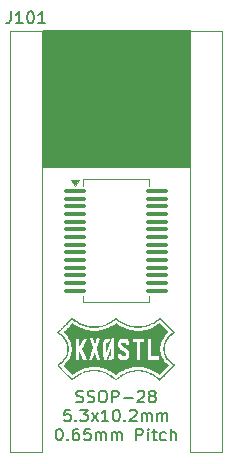
<source format=gto>
G04 #@! TF.GenerationSoftware,KiCad,Pcbnew,9.0.6*
G04 #@! TF.CreationDate,2026-01-05T13:28:29-06:00*
G04 #@! TF.ProjectId,SSOP-28_5.3x10.2_P0.65,53534f50-2d32-4385-9f35-2e337831302e,rev?*
G04 #@! TF.SameCoordinates,Original*
G04 #@! TF.FileFunction,Legend,Top*
G04 #@! TF.FilePolarity,Positive*
%FSLAX46Y46*%
G04 Gerber Fmt 4.6, Leading zero omitted, Abs format (unit mm)*
G04 Created by KiCad (PCBNEW 9.0.6) date 2026-01-05 13:28:29*
%MOMM*%
%LPD*%
G01*
G04 APERTURE LIST*
G04 Aperture macros list*
%AMRoundRect*
0 Rectangle with rounded corners*
0 $1 Rounding radius*
0 $2 $3 $4 $5 $6 $7 $8 $9 X,Y pos of 4 corners*
0 Add a 4 corners polygon primitive as box body*
4,1,4,$2,$3,$4,$5,$6,$7,$8,$9,$2,$3,0*
0 Add four circle primitives for the rounded corners*
1,1,$1+$1,$2,$3*
1,1,$1+$1,$4,$5*
1,1,$1+$1,$6,$7*
1,1,$1+$1,$8,$9*
0 Add four rect primitives between the rounded corners*
20,1,$1+$1,$2,$3,$4,$5,0*
20,1,$1+$1,$4,$5,$6,$7,0*
20,1,$1+$1,$6,$7,$8,$9,0*
20,1,$1+$1,$8,$9,$2,$3,0*%
G04 Aperture macros list end*
%ADD10C,0.100000*%
%ADD11C,0.200000*%
%ADD12C,0.150000*%
%ADD13C,0.120000*%
%ADD14C,0.000000*%
%ADD15C,1.700000*%
%ADD16R,1.700000X1.700000*%
%ADD17RoundRect,0.100000X-0.850000X-0.100000X0.850000X-0.100000X0.850000X0.100000X-0.850000X0.100000X0*%
G04 APERTURE END LIST*
D10*
X125349000Y-85280500D02*
X137795000Y-85280500D01*
X137795000Y-96837500D01*
X125349000Y-96837500D01*
X125349000Y-85280500D01*
G36*
X125349000Y-85280500D02*
G01*
X137795000Y-85280500D01*
X137795000Y-96837500D01*
X125349000Y-96837500D01*
X125349000Y-85280500D01*
G37*
D11*
X128214857Y-116741712D02*
X128357714Y-116789331D01*
X128357714Y-116789331D02*
X128595809Y-116789331D01*
X128595809Y-116789331D02*
X128691047Y-116741712D01*
X128691047Y-116741712D02*
X128738666Y-116694092D01*
X128738666Y-116694092D02*
X128786285Y-116598854D01*
X128786285Y-116598854D02*
X128786285Y-116503616D01*
X128786285Y-116503616D02*
X128738666Y-116408378D01*
X128738666Y-116408378D02*
X128691047Y-116360759D01*
X128691047Y-116360759D02*
X128595809Y-116313140D01*
X128595809Y-116313140D02*
X128405333Y-116265521D01*
X128405333Y-116265521D02*
X128310095Y-116217902D01*
X128310095Y-116217902D02*
X128262476Y-116170283D01*
X128262476Y-116170283D02*
X128214857Y-116075045D01*
X128214857Y-116075045D02*
X128214857Y-115979807D01*
X128214857Y-115979807D02*
X128262476Y-115884569D01*
X128262476Y-115884569D02*
X128310095Y-115836950D01*
X128310095Y-115836950D02*
X128405333Y-115789331D01*
X128405333Y-115789331D02*
X128643428Y-115789331D01*
X128643428Y-115789331D02*
X128786285Y-115836950D01*
X129167238Y-116741712D02*
X129310095Y-116789331D01*
X129310095Y-116789331D02*
X129548190Y-116789331D01*
X129548190Y-116789331D02*
X129643428Y-116741712D01*
X129643428Y-116741712D02*
X129691047Y-116694092D01*
X129691047Y-116694092D02*
X129738666Y-116598854D01*
X129738666Y-116598854D02*
X129738666Y-116503616D01*
X129738666Y-116503616D02*
X129691047Y-116408378D01*
X129691047Y-116408378D02*
X129643428Y-116360759D01*
X129643428Y-116360759D02*
X129548190Y-116313140D01*
X129548190Y-116313140D02*
X129357714Y-116265521D01*
X129357714Y-116265521D02*
X129262476Y-116217902D01*
X129262476Y-116217902D02*
X129214857Y-116170283D01*
X129214857Y-116170283D02*
X129167238Y-116075045D01*
X129167238Y-116075045D02*
X129167238Y-115979807D01*
X129167238Y-115979807D02*
X129214857Y-115884569D01*
X129214857Y-115884569D02*
X129262476Y-115836950D01*
X129262476Y-115836950D02*
X129357714Y-115789331D01*
X129357714Y-115789331D02*
X129595809Y-115789331D01*
X129595809Y-115789331D02*
X129738666Y-115836950D01*
X130357714Y-115789331D02*
X130548190Y-115789331D01*
X130548190Y-115789331D02*
X130643428Y-115836950D01*
X130643428Y-115836950D02*
X130738666Y-115932188D01*
X130738666Y-115932188D02*
X130786285Y-116122664D01*
X130786285Y-116122664D02*
X130786285Y-116455997D01*
X130786285Y-116455997D02*
X130738666Y-116646473D01*
X130738666Y-116646473D02*
X130643428Y-116741712D01*
X130643428Y-116741712D02*
X130548190Y-116789331D01*
X130548190Y-116789331D02*
X130357714Y-116789331D01*
X130357714Y-116789331D02*
X130262476Y-116741712D01*
X130262476Y-116741712D02*
X130167238Y-116646473D01*
X130167238Y-116646473D02*
X130119619Y-116455997D01*
X130119619Y-116455997D02*
X130119619Y-116122664D01*
X130119619Y-116122664D02*
X130167238Y-115932188D01*
X130167238Y-115932188D02*
X130262476Y-115836950D01*
X130262476Y-115836950D02*
X130357714Y-115789331D01*
X131214857Y-116789331D02*
X131214857Y-115789331D01*
X131214857Y-115789331D02*
X131595809Y-115789331D01*
X131595809Y-115789331D02*
X131691047Y-115836950D01*
X131691047Y-115836950D02*
X131738666Y-115884569D01*
X131738666Y-115884569D02*
X131786285Y-115979807D01*
X131786285Y-115979807D02*
X131786285Y-116122664D01*
X131786285Y-116122664D02*
X131738666Y-116217902D01*
X131738666Y-116217902D02*
X131691047Y-116265521D01*
X131691047Y-116265521D02*
X131595809Y-116313140D01*
X131595809Y-116313140D02*
X131214857Y-116313140D01*
X132214857Y-116408378D02*
X132976762Y-116408378D01*
X133405333Y-115884569D02*
X133452952Y-115836950D01*
X133452952Y-115836950D02*
X133548190Y-115789331D01*
X133548190Y-115789331D02*
X133786285Y-115789331D01*
X133786285Y-115789331D02*
X133881523Y-115836950D01*
X133881523Y-115836950D02*
X133929142Y-115884569D01*
X133929142Y-115884569D02*
X133976761Y-115979807D01*
X133976761Y-115979807D02*
X133976761Y-116075045D01*
X133976761Y-116075045D02*
X133929142Y-116217902D01*
X133929142Y-116217902D02*
X133357714Y-116789331D01*
X133357714Y-116789331D02*
X133976761Y-116789331D01*
X134548190Y-116217902D02*
X134452952Y-116170283D01*
X134452952Y-116170283D02*
X134405333Y-116122664D01*
X134405333Y-116122664D02*
X134357714Y-116027426D01*
X134357714Y-116027426D02*
X134357714Y-115979807D01*
X134357714Y-115979807D02*
X134405333Y-115884569D01*
X134405333Y-115884569D02*
X134452952Y-115836950D01*
X134452952Y-115836950D02*
X134548190Y-115789331D01*
X134548190Y-115789331D02*
X134738666Y-115789331D01*
X134738666Y-115789331D02*
X134833904Y-115836950D01*
X134833904Y-115836950D02*
X134881523Y-115884569D01*
X134881523Y-115884569D02*
X134929142Y-115979807D01*
X134929142Y-115979807D02*
X134929142Y-116027426D01*
X134929142Y-116027426D02*
X134881523Y-116122664D01*
X134881523Y-116122664D02*
X134833904Y-116170283D01*
X134833904Y-116170283D02*
X134738666Y-116217902D01*
X134738666Y-116217902D02*
X134548190Y-116217902D01*
X134548190Y-116217902D02*
X134452952Y-116265521D01*
X134452952Y-116265521D02*
X134405333Y-116313140D01*
X134405333Y-116313140D02*
X134357714Y-116408378D01*
X134357714Y-116408378D02*
X134357714Y-116598854D01*
X134357714Y-116598854D02*
X134405333Y-116694092D01*
X134405333Y-116694092D02*
X134452952Y-116741712D01*
X134452952Y-116741712D02*
X134548190Y-116789331D01*
X134548190Y-116789331D02*
X134738666Y-116789331D01*
X134738666Y-116789331D02*
X134833904Y-116741712D01*
X134833904Y-116741712D02*
X134881523Y-116694092D01*
X134881523Y-116694092D02*
X134929142Y-116598854D01*
X134929142Y-116598854D02*
X134929142Y-116408378D01*
X134929142Y-116408378D02*
X134881523Y-116313140D01*
X134881523Y-116313140D02*
X134833904Y-116265521D01*
X134833904Y-116265521D02*
X134738666Y-116217902D01*
X127691048Y-117399275D02*
X127214858Y-117399275D01*
X127214858Y-117399275D02*
X127167239Y-117875465D01*
X127167239Y-117875465D02*
X127214858Y-117827846D01*
X127214858Y-117827846D02*
X127310096Y-117780227D01*
X127310096Y-117780227D02*
X127548191Y-117780227D01*
X127548191Y-117780227D02*
X127643429Y-117827846D01*
X127643429Y-117827846D02*
X127691048Y-117875465D01*
X127691048Y-117875465D02*
X127738667Y-117970703D01*
X127738667Y-117970703D02*
X127738667Y-118208798D01*
X127738667Y-118208798D02*
X127691048Y-118304036D01*
X127691048Y-118304036D02*
X127643429Y-118351656D01*
X127643429Y-118351656D02*
X127548191Y-118399275D01*
X127548191Y-118399275D02*
X127310096Y-118399275D01*
X127310096Y-118399275D02*
X127214858Y-118351656D01*
X127214858Y-118351656D02*
X127167239Y-118304036D01*
X128167239Y-118304036D02*
X128214858Y-118351656D01*
X128214858Y-118351656D02*
X128167239Y-118399275D01*
X128167239Y-118399275D02*
X128119620Y-118351656D01*
X128119620Y-118351656D02*
X128167239Y-118304036D01*
X128167239Y-118304036D02*
X128167239Y-118399275D01*
X128548191Y-117399275D02*
X129167238Y-117399275D01*
X129167238Y-117399275D02*
X128833905Y-117780227D01*
X128833905Y-117780227D02*
X128976762Y-117780227D01*
X128976762Y-117780227D02*
X129072000Y-117827846D01*
X129072000Y-117827846D02*
X129119619Y-117875465D01*
X129119619Y-117875465D02*
X129167238Y-117970703D01*
X129167238Y-117970703D02*
X129167238Y-118208798D01*
X129167238Y-118208798D02*
X129119619Y-118304036D01*
X129119619Y-118304036D02*
X129072000Y-118351656D01*
X129072000Y-118351656D02*
X128976762Y-118399275D01*
X128976762Y-118399275D02*
X128691048Y-118399275D01*
X128691048Y-118399275D02*
X128595810Y-118351656D01*
X128595810Y-118351656D02*
X128548191Y-118304036D01*
X129500572Y-118399275D02*
X130024381Y-117732608D01*
X129500572Y-117732608D02*
X130024381Y-118399275D01*
X130929143Y-118399275D02*
X130357715Y-118399275D01*
X130643429Y-118399275D02*
X130643429Y-117399275D01*
X130643429Y-117399275D02*
X130548191Y-117542132D01*
X130548191Y-117542132D02*
X130452953Y-117637370D01*
X130452953Y-117637370D02*
X130357715Y-117684989D01*
X131548191Y-117399275D02*
X131643429Y-117399275D01*
X131643429Y-117399275D02*
X131738667Y-117446894D01*
X131738667Y-117446894D02*
X131786286Y-117494513D01*
X131786286Y-117494513D02*
X131833905Y-117589751D01*
X131833905Y-117589751D02*
X131881524Y-117780227D01*
X131881524Y-117780227D02*
X131881524Y-118018322D01*
X131881524Y-118018322D02*
X131833905Y-118208798D01*
X131833905Y-118208798D02*
X131786286Y-118304036D01*
X131786286Y-118304036D02*
X131738667Y-118351656D01*
X131738667Y-118351656D02*
X131643429Y-118399275D01*
X131643429Y-118399275D02*
X131548191Y-118399275D01*
X131548191Y-118399275D02*
X131452953Y-118351656D01*
X131452953Y-118351656D02*
X131405334Y-118304036D01*
X131405334Y-118304036D02*
X131357715Y-118208798D01*
X131357715Y-118208798D02*
X131310096Y-118018322D01*
X131310096Y-118018322D02*
X131310096Y-117780227D01*
X131310096Y-117780227D02*
X131357715Y-117589751D01*
X131357715Y-117589751D02*
X131405334Y-117494513D01*
X131405334Y-117494513D02*
X131452953Y-117446894D01*
X131452953Y-117446894D02*
X131548191Y-117399275D01*
X132310096Y-118304036D02*
X132357715Y-118351656D01*
X132357715Y-118351656D02*
X132310096Y-118399275D01*
X132310096Y-118399275D02*
X132262477Y-118351656D01*
X132262477Y-118351656D02*
X132310096Y-118304036D01*
X132310096Y-118304036D02*
X132310096Y-118399275D01*
X132738667Y-117494513D02*
X132786286Y-117446894D01*
X132786286Y-117446894D02*
X132881524Y-117399275D01*
X132881524Y-117399275D02*
X133119619Y-117399275D01*
X133119619Y-117399275D02*
X133214857Y-117446894D01*
X133214857Y-117446894D02*
X133262476Y-117494513D01*
X133262476Y-117494513D02*
X133310095Y-117589751D01*
X133310095Y-117589751D02*
X133310095Y-117684989D01*
X133310095Y-117684989D02*
X133262476Y-117827846D01*
X133262476Y-117827846D02*
X132691048Y-118399275D01*
X132691048Y-118399275D02*
X133310095Y-118399275D01*
X133738667Y-118399275D02*
X133738667Y-117732608D01*
X133738667Y-117827846D02*
X133786286Y-117780227D01*
X133786286Y-117780227D02*
X133881524Y-117732608D01*
X133881524Y-117732608D02*
X134024381Y-117732608D01*
X134024381Y-117732608D02*
X134119619Y-117780227D01*
X134119619Y-117780227D02*
X134167238Y-117875465D01*
X134167238Y-117875465D02*
X134167238Y-118399275D01*
X134167238Y-117875465D02*
X134214857Y-117780227D01*
X134214857Y-117780227D02*
X134310095Y-117732608D01*
X134310095Y-117732608D02*
X134452952Y-117732608D01*
X134452952Y-117732608D02*
X134548191Y-117780227D01*
X134548191Y-117780227D02*
X134595810Y-117875465D01*
X134595810Y-117875465D02*
X134595810Y-118399275D01*
X135072000Y-118399275D02*
X135072000Y-117732608D01*
X135072000Y-117827846D02*
X135119619Y-117780227D01*
X135119619Y-117780227D02*
X135214857Y-117732608D01*
X135214857Y-117732608D02*
X135357714Y-117732608D01*
X135357714Y-117732608D02*
X135452952Y-117780227D01*
X135452952Y-117780227D02*
X135500571Y-117875465D01*
X135500571Y-117875465D02*
X135500571Y-118399275D01*
X135500571Y-117875465D02*
X135548190Y-117780227D01*
X135548190Y-117780227D02*
X135643428Y-117732608D01*
X135643428Y-117732608D02*
X135786285Y-117732608D01*
X135786285Y-117732608D02*
X135881524Y-117780227D01*
X135881524Y-117780227D02*
X135929143Y-117875465D01*
X135929143Y-117875465D02*
X135929143Y-118399275D01*
X126714857Y-119009219D02*
X126810095Y-119009219D01*
X126810095Y-119009219D02*
X126905333Y-119056838D01*
X126905333Y-119056838D02*
X126952952Y-119104457D01*
X126952952Y-119104457D02*
X127000571Y-119199695D01*
X127000571Y-119199695D02*
X127048190Y-119390171D01*
X127048190Y-119390171D02*
X127048190Y-119628266D01*
X127048190Y-119628266D02*
X127000571Y-119818742D01*
X127000571Y-119818742D02*
X126952952Y-119913980D01*
X126952952Y-119913980D02*
X126905333Y-119961600D01*
X126905333Y-119961600D02*
X126810095Y-120009219D01*
X126810095Y-120009219D02*
X126714857Y-120009219D01*
X126714857Y-120009219D02*
X126619619Y-119961600D01*
X126619619Y-119961600D02*
X126572000Y-119913980D01*
X126572000Y-119913980D02*
X126524381Y-119818742D01*
X126524381Y-119818742D02*
X126476762Y-119628266D01*
X126476762Y-119628266D02*
X126476762Y-119390171D01*
X126476762Y-119390171D02*
X126524381Y-119199695D01*
X126524381Y-119199695D02*
X126572000Y-119104457D01*
X126572000Y-119104457D02*
X126619619Y-119056838D01*
X126619619Y-119056838D02*
X126714857Y-119009219D01*
X127476762Y-119913980D02*
X127524381Y-119961600D01*
X127524381Y-119961600D02*
X127476762Y-120009219D01*
X127476762Y-120009219D02*
X127429143Y-119961600D01*
X127429143Y-119961600D02*
X127476762Y-119913980D01*
X127476762Y-119913980D02*
X127476762Y-120009219D01*
X128381523Y-119009219D02*
X128191047Y-119009219D01*
X128191047Y-119009219D02*
X128095809Y-119056838D01*
X128095809Y-119056838D02*
X128048190Y-119104457D01*
X128048190Y-119104457D02*
X127952952Y-119247314D01*
X127952952Y-119247314D02*
X127905333Y-119437790D01*
X127905333Y-119437790D02*
X127905333Y-119818742D01*
X127905333Y-119818742D02*
X127952952Y-119913980D01*
X127952952Y-119913980D02*
X128000571Y-119961600D01*
X128000571Y-119961600D02*
X128095809Y-120009219D01*
X128095809Y-120009219D02*
X128286285Y-120009219D01*
X128286285Y-120009219D02*
X128381523Y-119961600D01*
X128381523Y-119961600D02*
X128429142Y-119913980D01*
X128429142Y-119913980D02*
X128476761Y-119818742D01*
X128476761Y-119818742D02*
X128476761Y-119580647D01*
X128476761Y-119580647D02*
X128429142Y-119485409D01*
X128429142Y-119485409D02*
X128381523Y-119437790D01*
X128381523Y-119437790D02*
X128286285Y-119390171D01*
X128286285Y-119390171D02*
X128095809Y-119390171D01*
X128095809Y-119390171D02*
X128000571Y-119437790D01*
X128000571Y-119437790D02*
X127952952Y-119485409D01*
X127952952Y-119485409D02*
X127905333Y-119580647D01*
X129381523Y-119009219D02*
X128905333Y-119009219D01*
X128905333Y-119009219D02*
X128857714Y-119485409D01*
X128857714Y-119485409D02*
X128905333Y-119437790D01*
X128905333Y-119437790D02*
X129000571Y-119390171D01*
X129000571Y-119390171D02*
X129238666Y-119390171D01*
X129238666Y-119390171D02*
X129333904Y-119437790D01*
X129333904Y-119437790D02*
X129381523Y-119485409D01*
X129381523Y-119485409D02*
X129429142Y-119580647D01*
X129429142Y-119580647D02*
X129429142Y-119818742D01*
X129429142Y-119818742D02*
X129381523Y-119913980D01*
X129381523Y-119913980D02*
X129333904Y-119961600D01*
X129333904Y-119961600D02*
X129238666Y-120009219D01*
X129238666Y-120009219D02*
X129000571Y-120009219D01*
X129000571Y-120009219D02*
X128905333Y-119961600D01*
X128905333Y-119961600D02*
X128857714Y-119913980D01*
X129857714Y-120009219D02*
X129857714Y-119342552D01*
X129857714Y-119437790D02*
X129905333Y-119390171D01*
X129905333Y-119390171D02*
X130000571Y-119342552D01*
X130000571Y-119342552D02*
X130143428Y-119342552D01*
X130143428Y-119342552D02*
X130238666Y-119390171D01*
X130238666Y-119390171D02*
X130286285Y-119485409D01*
X130286285Y-119485409D02*
X130286285Y-120009219D01*
X130286285Y-119485409D02*
X130333904Y-119390171D01*
X130333904Y-119390171D02*
X130429142Y-119342552D01*
X130429142Y-119342552D02*
X130571999Y-119342552D01*
X130571999Y-119342552D02*
X130667238Y-119390171D01*
X130667238Y-119390171D02*
X130714857Y-119485409D01*
X130714857Y-119485409D02*
X130714857Y-120009219D01*
X131191047Y-120009219D02*
X131191047Y-119342552D01*
X131191047Y-119437790D02*
X131238666Y-119390171D01*
X131238666Y-119390171D02*
X131333904Y-119342552D01*
X131333904Y-119342552D02*
X131476761Y-119342552D01*
X131476761Y-119342552D02*
X131571999Y-119390171D01*
X131571999Y-119390171D02*
X131619618Y-119485409D01*
X131619618Y-119485409D02*
X131619618Y-120009219D01*
X131619618Y-119485409D02*
X131667237Y-119390171D01*
X131667237Y-119390171D02*
X131762475Y-119342552D01*
X131762475Y-119342552D02*
X131905332Y-119342552D01*
X131905332Y-119342552D02*
X132000571Y-119390171D01*
X132000571Y-119390171D02*
X132048190Y-119485409D01*
X132048190Y-119485409D02*
X132048190Y-120009219D01*
X133286285Y-120009219D02*
X133286285Y-119009219D01*
X133286285Y-119009219D02*
X133667237Y-119009219D01*
X133667237Y-119009219D02*
X133762475Y-119056838D01*
X133762475Y-119056838D02*
X133810094Y-119104457D01*
X133810094Y-119104457D02*
X133857713Y-119199695D01*
X133857713Y-119199695D02*
X133857713Y-119342552D01*
X133857713Y-119342552D02*
X133810094Y-119437790D01*
X133810094Y-119437790D02*
X133762475Y-119485409D01*
X133762475Y-119485409D02*
X133667237Y-119533028D01*
X133667237Y-119533028D02*
X133286285Y-119533028D01*
X134286285Y-120009219D02*
X134286285Y-119342552D01*
X134286285Y-119009219D02*
X134238666Y-119056838D01*
X134238666Y-119056838D02*
X134286285Y-119104457D01*
X134286285Y-119104457D02*
X134333904Y-119056838D01*
X134333904Y-119056838D02*
X134286285Y-119009219D01*
X134286285Y-119009219D02*
X134286285Y-119104457D01*
X134619618Y-119342552D02*
X135000570Y-119342552D01*
X134762475Y-119009219D02*
X134762475Y-119866361D01*
X134762475Y-119866361D02*
X134810094Y-119961600D01*
X134810094Y-119961600D02*
X134905332Y-120009219D01*
X134905332Y-120009219D02*
X135000570Y-120009219D01*
X135762475Y-119961600D02*
X135667237Y-120009219D01*
X135667237Y-120009219D02*
X135476761Y-120009219D01*
X135476761Y-120009219D02*
X135381523Y-119961600D01*
X135381523Y-119961600D02*
X135333904Y-119913980D01*
X135333904Y-119913980D02*
X135286285Y-119818742D01*
X135286285Y-119818742D02*
X135286285Y-119533028D01*
X135286285Y-119533028D02*
X135333904Y-119437790D01*
X135333904Y-119437790D02*
X135381523Y-119390171D01*
X135381523Y-119390171D02*
X135476761Y-119342552D01*
X135476761Y-119342552D02*
X135667237Y-119342552D01*
X135667237Y-119342552D02*
X135762475Y-119390171D01*
X136191047Y-120009219D02*
X136191047Y-119009219D01*
X136619618Y-120009219D02*
X136619618Y-119485409D01*
X136619618Y-119485409D02*
X136571999Y-119390171D01*
X136571999Y-119390171D02*
X136476761Y-119342552D01*
X136476761Y-119342552D02*
X136333904Y-119342552D01*
X136333904Y-119342552D02*
X136238666Y-119390171D01*
X136238666Y-119390171D02*
X136191047Y-119437790D01*
D12*
X122666285Y-83688819D02*
X122666285Y-84403104D01*
X122666285Y-84403104D02*
X122618666Y-84545961D01*
X122618666Y-84545961D02*
X122523428Y-84641200D01*
X122523428Y-84641200D02*
X122380571Y-84688819D01*
X122380571Y-84688819D02*
X122285333Y-84688819D01*
X123666285Y-84688819D02*
X123094857Y-84688819D01*
X123380571Y-84688819D02*
X123380571Y-83688819D01*
X123380571Y-83688819D02*
X123285333Y-83831676D01*
X123285333Y-83831676D02*
X123190095Y-83926914D01*
X123190095Y-83926914D02*
X123094857Y-83974533D01*
X124285333Y-83688819D02*
X124380571Y-83688819D01*
X124380571Y-83688819D02*
X124475809Y-83736438D01*
X124475809Y-83736438D02*
X124523428Y-83784057D01*
X124523428Y-83784057D02*
X124571047Y-83879295D01*
X124571047Y-83879295D02*
X124618666Y-84069771D01*
X124618666Y-84069771D02*
X124618666Y-84307866D01*
X124618666Y-84307866D02*
X124571047Y-84498342D01*
X124571047Y-84498342D02*
X124523428Y-84593580D01*
X124523428Y-84593580D02*
X124475809Y-84641200D01*
X124475809Y-84641200D02*
X124380571Y-84688819D01*
X124380571Y-84688819D02*
X124285333Y-84688819D01*
X124285333Y-84688819D02*
X124190095Y-84641200D01*
X124190095Y-84641200D02*
X124142476Y-84593580D01*
X124142476Y-84593580D02*
X124094857Y-84498342D01*
X124094857Y-84498342D02*
X124047238Y-84307866D01*
X124047238Y-84307866D02*
X124047238Y-84069771D01*
X124047238Y-84069771D02*
X124094857Y-83879295D01*
X124094857Y-83879295D02*
X124142476Y-83784057D01*
X124142476Y-83784057D02*
X124190095Y-83736438D01*
X124190095Y-83736438D02*
X124285333Y-83688819D01*
X125571047Y-84688819D02*
X124999619Y-84688819D01*
X125285333Y-84688819D02*
X125285333Y-83688819D01*
X125285333Y-83688819D02*
X125190095Y-83831676D01*
X125190095Y-83831676D02*
X125094857Y-83926914D01*
X125094857Y-83926914D02*
X124999619Y-83974533D01*
D13*
X140572000Y-85344000D02*
X140572000Y-121014000D01*
X137812000Y-121014000D02*
X140572000Y-121014000D01*
X137812000Y-85344000D02*
X140572000Y-85344000D01*
X137812000Y-85344000D02*
X137812000Y-121014000D01*
X125332000Y-85344000D02*
X125332000Y-121014000D01*
X122572000Y-121014000D02*
X125332000Y-121014000D01*
X122572000Y-85344000D02*
X125332000Y-85344000D01*
X122572000Y-85344000D02*
X122572000Y-121014000D01*
X128072000Y-98434000D02*
X127732000Y-97964000D01*
X128412000Y-97964000D01*
X128072000Y-98434000D01*
G36*
X128072000Y-98434000D02*
G01*
X127732000Y-97964000D01*
X128412000Y-97964000D01*
X128072000Y-98434000D01*
G37*
X134332000Y-108334000D02*
X128812000Y-108334000D01*
X134332000Y-107809000D02*
X134332000Y-108334000D01*
X134332000Y-97914000D02*
X134332000Y-98439000D01*
X128812000Y-108334000D02*
X128812000Y-107809000D01*
X128812000Y-98439000D02*
X128812000Y-97914000D01*
X128812000Y-97914000D02*
X134332000Y-97914000D01*
D14*
G36*
X135290024Y-109586472D02*
G01*
X135305020Y-109604048D01*
X135320371Y-109621415D01*
X135336862Y-109639388D01*
X135355279Y-109658785D01*
X135376407Y-109680424D01*
X135401032Y-109705123D01*
X135429938Y-109733698D01*
X135456677Y-109759900D01*
X135476295Y-109779094D01*
X135500809Y-109803115D01*
X135529551Y-109831306D01*
X135561851Y-109863011D01*
X135597042Y-109897573D01*
X135634454Y-109934336D01*
X135673419Y-109972641D01*
X135713269Y-110011832D01*
X135753335Y-110051253D01*
X135792947Y-110090246D01*
X135804682Y-110101802D01*
X135847796Y-110144245D01*
X135894354Y-110190055D01*
X135943326Y-110238219D01*
X135993680Y-110287723D01*
X136044384Y-110337554D01*
X136094409Y-110386699D01*
X136142722Y-110434144D01*
X136188293Y-110478876D01*
X136230090Y-110519882D01*
X136257835Y-110547086D01*
X136306917Y-110595206D01*
X136350701Y-110638158D01*
X136389479Y-110676237D01*
X136423544Y-110709734D01*
X136453187Y-110738942D01*
X136478699Y-110764154D01*
X136500372Y-110785662D01*
X136518498Y-110803759D01*
X136533369Y-110818739D01*
X136545276Y-110830892D01*
X136554510Y-110840513D01*
X136561365Y-110847894D01*
X136566130Y-110853327D01*
X136569099Y-110857106D01*
X136570562Y-110859522D01*
X136570812Y-110860869D01*
X136570731Y-110861054D01*
X136566958Y-110864448D01*
X136558007Y-110871472D01*
X136545066Y-110881227D01*
X136529318Y-110892808D01*
X136522356Y-110897854D01*
X136502896Y-110912081D01*
X136482963Y-110926970D01*
X136464747Y-110940865D01*
X136450437Y-110952111D01*
X136448999Y-110953276D01*
X136435867Y-110963813D01*
X136418512Y-110977536D01*
X136398917Y-110992885D01*
X136379068Y-111008301D01*
X136373077Y-111012925D01*
X136292023Y-111077641D01*
X136216235Y-111142798D01*
X136146185Y-111207938D01*
X136082342Y-111272607D01*
X136025180Y-111336349D01*
X135977414Y-111395731D01*
X135918029Y-111480374D01*
X135865513Y-111568428D01*
X135819811Y-111660035D01*
X135780865Y-111755338D01*
X135748621Y-111854478D01*
X135723023Y-111957598D01*
X135704015Y-112064839D01*
X135698841Y-112103927D01*
X135695704Y-112137062D01*
X135693460Y-112175950D01*
X135692109Y-112218653D01*
X135691653Y-112263228D01*
X135692093Y-112307734D01*
X135693429Y-112350231D01*
X135695664Y-112388777D01*
X135698666Y-112420353D01*
X135714868Y-112524437D01*
X135737833Y-112624620D01*
X135767586Y-112720953D01*
X135804150Y-112813490D01*
X135847552Y-112902283D01*
X135897815Y-112987385D01*
X135954964Y-113068849D01*
X136019025Y-113146728D01*
X136058288Y-113189169D01*
X136084609Y-113215406D01*
X136116786Y-113245576D01*
X136154895Y-113279743D01*
X136199013Y-113317972D01*
X136249215Y-113360327D01*
X136305579Y-113406873D01*
X136368180Y-113457674D01*
X136437095Y-113512795D01*
X136484392Y-113550246D01*
X136506771Y-113568077D01*
X136527060Y-113584572D01*
X136544461Y-113599059D01*
X136558178Y-113610861D01*
X136567412Y-113619305D01*
X136571369Y-113623716D01*
X136571452Y-113623944D01*
X136568888Y-113627328D01*
X136561093Y-113636125D01*
X136548264Y-113650130D01*
X136530597Y-113669135D01*
X136508288Y-113692934D01*
X136481535Y-113721320D01*
X136450533Y-113754088D01*
X136415478Y-113791029D01*
X136376568Y-113831939D01*
X136333999Y-113876609D01*
X136287967Y-113924834D01*
X136238669Y-113976408D01*
X136186300Y-114031122D01*
X136131059Y-114088772D01*
X136073140Y-114149150D01*
X136012741Y-114212050D01*
X135954882Y-114272248D01*
X135897177Y-114332258D01*
X135840769Y-114390915D01*
X135785907Y-114447961D01*
X135732841Y-114503134D01*
X135681822Y-114556177D01*
X135633098Y-114606830D01*
X135586920Y-114654832D01*
X135543536Y-114699925D01*
X135503198Y-114741849D01*
X135466154Y-114780344D01*
X135432654Y-114815151D01*
X135402948Y-114846010D01*
X135377286Y-114872662D01*
X135355917Y-114894848D01*
X135339091Y-114912307D01*
X135327058Y-114924781D01*
X135320067Y-114932009D01*
X135318556Y-114933560D01*
X135299938Y-114952473D01*
X135198773Y-114870869D01*
X135150816Y-114832346D01*
X135107852Y-114798209D01*
X135068940Y-114767755D01*
X135033143Y-114740282D01*
X134999524Y-114715088D01*
X134967143Y-114691469D01*
X134935064Y-114668725D01*
X134902346Y-114646152D01*
X134868054Y-114623048D01*
X134865171Y-114621127D01*
X134762025Y-114555279D01*
X134657086Y-114493798D01*
X134551280Y-114437143D01*
X134445535Y-114385769D01*
X134340778Y-114340135D01*
X134237938Y-114300697D01*
X134165910Y-114276492D01*
X134038400Y-114240373D01*
X133907820Y-114211433D01*
X133774184Y-114189674D01*
X133637509Y-114175096D01*
X133497809Y-114167703D01*
X133355099Y-114167494D01*
X133209394Y-114174471D01*
X133138503Y-114180364D01*
X133017859Y-114195226D01*
X132896679Y-114216966D01*
X132776188Y-114245253D01*
X132657612Y-114279757D01*
X132542175Y-114320150D01*
X132431103Y-114366100D01*
X132406036Y-114377544D01*
X132387193Y-114386297D01*
X132367502Y-114395432D01*
X132350330Y-114403384D01*
X132345485Y-114405624D01*
X132291484Y-114432093D01*
X132233107Y-114463487D01*
X132171403Y-114499108D01*
X132107423Y-114538260D01*
X132042218Y-114580246D01*
X131976838Y-114624371D01*
X131912333Y-114669937D01*
X131849754Y-114716249D01*
X131790152Y-114762609D01*
X131734576Y-114808322D01*
X131722400Y-114818735D01*
X131706119Y-114832771D01*
X131685848Y-114850251D01*
X131663513Y-114869516D01*
X131641036Y-114888905D01*
X131625764Y-114902082D01*
X131607548Y-114917492D01*
X131590949Y-114930955D01*
X131577002Y-114941680D01*
X131566741Y-114948873D01*
X131561200Y-114951740D01*
X131560979Y-114951759D01*
X131554611Y-114948482D01*
X131545880Y-114939446D01*
X131538637Y-114929792D01*
X131527156Y-114915461D01*
X131509555Y-114896838D01*
X131486085Y-114874157D01*
X131456994Y-114847651D01*
X131422533Y-114817552D01*
X131382950Y-114784094D01*
X131380566Y-114782108D01*
X131264522Y-114689950D01*
X131146949Y-114605408D01*
X131027702Y-114528410D01*
X130906636Y-114458882D01*
X130783606Y-114396751D01*
X130658468Y-114341945D01*
X130531076Y-114294391D01*
X130401286Y-114254015D01*
X130268953Y-114220745D01*
X130263849Y-114219615D01*
X130143451Y-114196482D01*
X130019070Y-114179113D01*
X129892075Y-114167577D01*
X129763833Y-114161944D01*
X129635713Y-114162285D01*
X129509083Y-114168669D01*
X129423430Y-114176618D01*
X129288172Y-114195537D01*
X129154365Y-114222111D01*
X129022117Y-114256301D01*
X128891537Y-114298064D01*
X128762734Y-114347360D01*
X128635815Y-114404148D01*
X128510890Y-114468386D01*
X128388066Y-114540034D01*
X128284689Y-114607215D01*
X128253778Y-114628492D01*
X128224446Y-114649180D01*
X128195500Y-114670172D01*
X128165745Y-114692364D01*
X128133985Y-114716649D01*
X128099028Y-114743921D01*
X128059677Y-114775077D01*
X128046393Y-114785669D01*
X128007572Y-114816604D01*
X127971807Y-114844985D01*
X127939562Y-114870446D01*
X127911304Y-114892621D01*
X127887500Y-114911146D01*
X127868616Y-114925655D01*
X127855119Y-114935783D01*
X127850784Y-114938915D01*
X127838780Y-114947398D01*
X127549984Y-114644225D01*
X127474021Y-114564477D01*
X127403150Y-114490065D01*
X127337071Y-114420675D01*
X127275483Y-114355989D01*
X127218086Y-114295690D01*
X127164579Y-114239462D01*
X127114662Y-114186989D01*
X127068035Y-114137953D01*
X127024397Y-114092039D01*
X126983448Y-114048929D01*
X126944887Y-114008307D01*
X126908415Y-113969858D01*
X126873730Y-113933263D01*
X126840533Y-113898207D01*
X126808522Y-113864372D01*
X126777398Y-113831443D01*
X126746860Y-113799103D01*
X126716607Y-113767035D01*
X126686340Y-113734923D01*
X126655758Y-113702450D01*
X126624561Y-113669299D01*
X126594401Y-113637231D01*
X126748129Y-113637231D01*
X126842302Y-113736844D01*
X126936895Y-113836841D01*
X127027208Y-113932190D01*
X127114273Y-114023974D01*
X127199118Y-114113277D01*
X127282775Y-114201182D01*
X127366272Y-114288773D01*
X127450642Y-114377132D01*
X127536913Y-114467344D01*
X127538549Y-114469053D01*
X127576125Y-114508320D01*
X127612661Y-114546511D01*
X127647730Y-114583177D01*
X127680904Y-114617871D01*
X127711757Y-114650146D01*
X127739860Y-114679554D01*
X127764786Y-114705649D01*
X127786109Y-114727983D01*
X127803399Y-114746109D01*
X127816231Y-114759580D01*
X127824176Y-114767948D01*
X127825180Y-114769010D01*
X127838228Y-114782582D01*
X127847224Y-114791076D01*
X127853265Y-114795291D01*
X127857445Y-114796027D01*
X127860244Y-114794602D01*
X127865419Y-114790314D01*
X127875227Y-114782028D01*
X127888377Y-114770843D01*
X127903576Y-114757854D01*
X127907618Y-114754391D01*
X128028267Y-114655508D01*
X128150708Y-114564221D01*
X128274986Y-114480508D01*
X128401149Y-114404348D01*
X128529244Y-114335721D01*
X128659318Y-114274605D01*
X128791418Y-114220980D01*
X128925591Y-114174824D01*
X129061883Y-114136118D01*
X129200343Y-114104839D01*
X129341016Y-114080968D01*
X129454682Y-114067239D01*
X129599458Y-114056462D01*
X129742306Y-114053171D01*
X129883304Y-114057388D01*
X130022530Y-114069133D01*
X130160063Y-114088428D01*
X130295982Y-114115294D01*
X130430364Y-114149754D01*
X130563288Y-114191829D01*
X130694833Y-114241539D01*
X130825076Y-114298907D01*
X130954096Y-114363954D01*
X131081972Y-114436701D01*
X131208781Y-114517171D01*
X131282920Y-114568129D01*
X131327846Y-114600579D01*
X131375432Y-114636185D01*
X131423754Y-114673448D01*
X131470888Y-114710864D01*
X131514909Y-114746933D01*
X131547955Y-114774988D01*
X131576648Y-114799835D01*
X131587641Y-114790831D01*
X131593943Y-114785599D01*
X131605118Y-114776253D01*
X131620069Y-114763712D01*
X131637696Y-114748899D01*
X131656900Y-114732736D01*
X131660517Y-114729689D01*
X131727347Y-114675190D01*
X131798832Y-114620210D01*
X131873118Y-114566067D01*
X131948348Y-114514074D01*
X132022665Y-114465548D01*
X132094213Y-114421801D01*
X132099376Y-114418773D01*
X132160529Y-114384427D01*
X132226784Y-114349766D01*
X132296292Y-114315642D01*
X132367203Y-114282907D01*
X132437667Y-114252414D01*
X132505836Y-114225014D01*
X132569858Y-114201560D01*
X132574015Y-114200129D01*
X132710180Y-114157552D01*
X132847667Y-114122666D01*
X132986517Y-114095464D01*
X133126774Y-114075940D01*
X133268480Y-114064088D01*
X133411678Y-114059901D01*
X133513632Y-114061555D01*
X133652181Y-114069898D01*
X133788499Y-114085259D01*
X133922850Y-114107723D01*
X134055495Y-114137374D01*
X134186700Y-114174298D01*
X134316726Y-114218578D01*
X134445838Y-114270299D01*
X134574298Y-114329547D01*
X134702371Y-114396405D01*
X134830319Y-114470958D01*
X134875363Y-114499039D01*
X134963190Y-114556654D01*
X135049967Y-114617572D01*
X135137399Y-114683026D01*
X135213640Y-114743256D01*
X135282794Y-114799129D01*
X135327269Y-114753366D01*
X135336410Y-114743908D01*
X135350490Y-114729268D01*
X135369055Y-114709921D01*
X135391655Y-114686338D01*
X135417834Y-114658994D01*
X135447142Y-114628361D01*
X135479125Y-114594912D01*
X135513330Y-114559122D01*
X135549305Y-114521463D01*
X135586598Y-114482408D01*
X135624754Y-114442430D01*
X135634520Y-114432195D01*
X135680974Y-114383515D01*
X135722462Y-114340054D01*
X135759407Y-114301378D01*
X135792231Y-114267048D01*
X135821357Y-114236628D01*
X135847208Y-114209681D01*
X135870206Y-114185770D01*
X135890774Y-114164459D01*
X135909334Y-114145310D01*
X135926310Y-114127887D01*
X135942124Y-114111752D01*
X135957199Y-114096470D01*
X135971956Y-114081602D01*
X135986820Y-114066713D01*
X136002211Y-114051364D01*
X136018554Y-114035121D01*
X136021514Y-114032183D01*
X136037649Y-114016020D01*
X136051667Y-114001692D01*
X136062695Y-113990117D01*
X136069855Y-113982214D01*
X136072277Y-113978937D01*
X136074916Y-113975484D01*
X136082333Y-113967297D01*
X136093779Y-113955162D01*
X136108504Y-113939869D01*
X136125760Y-113922204D01*
X136139664Y-113908122D01*
X136159370Y-113888173D01*
X136183202Y-113863922D01*
X136209865Y-113836691D01*
X136238066Y-113807807D01*
X136266510Y-113778593D01*
X136293904Y-113750375D01*
X136305796Y-113738093D01*
X136404540Y-113636015D01*
X136389872Y-113623924D01*
X136380716Y-113616860D01*
X136373941Y-113612505D01*
X136372111Y-113611832D01*
X136368070Y-113609420D01*
X136359515Y-113602887D01*
X136347784Y-113593289D01*
X136336866Y-113583989D01*
X136322949Y-113572159D01*
X136304667Y-113556941D01*
X136283788Y-113539788D01*
X136262079Y-113522155D01*
X136246116Y-113509331D01*
X136227651Y-113494431D01*
X136211244Y-113480913D01*
X136197903Y-113469630D01*
X136188635Y-113461434D01*
X136184449Y-113457179D01*
X136184394Y-113457091D01*
X136178450Y-113452235D01*
X136175605Y-113451666D01*
X136170529Y-113449717D01*
X136169939Y-113448167D01*
X136167130Y-113444469D01*
X136159431Y-113436785D01*
X136147937Y-113426151D01*
X136133745Y-113413601D01*
X136129898Y-113410281D01*
X136082005Y-113368309D01*
X136039482Y-113329130D01*
X136001044Y-113291445D01*
X135965406Y-113253955D01*
X135931281Y-113215360D01*
X135901164Y-113179055D01*
X135838380Y-113095220D01*
X135781758Y-113007016D01*
X135731604Y-112915058D01*
X135688224Y-112819962D01*
X135651923Y-112722342D01*
X135623008Y-112622815D01*
X135621299Y-112615917D01*
X135616317Y-112595135D01*
X135611857Y-112575707D01*
X135608352Y-112559579D01*
X135606236Y-112548692D01*
X135606017Y-112547314D01*
X135603988Y-112534533D01*
X135601992Y-112523423D01*
X135601720Y-112522078D01*
X135597230Y-112498184D01*
X135593280Y-112471974D01*
X135589736Y-112442252D01*
X135586466Y-112407820D01*
X135583337Y-112367483D01*
X135581493Y-112340270D01*
X135578853Y-112254747D01*
X135581693Y-112165981D01*
X135586046Y-112111740D01*
X135588767Y-112085118D01*
X135591248Y-112062828D01*
X135593203Y-112047283D01*
X135594712Y-112036212D01*
X135596624Y-112021975D01*
X135597414Y-112016031D01*
X135600992Y-111993139D01*
X135606237Y-111964976D01*
X135612669Y-111933786D01*
X135619812Y-111901811D01*
X135627187Y-111871294D01*
X135632969Y-111849304D01*
X135664949Y-111745802D01*
X135702595Y-111647311D01*
X135746248Y-111553122D01*
X135796248Y-111462526D01*
X135852937Y-111374816D01*
X135879459Y-111337806D01*
X135889623Y-111323780D01*
X135897776Y-111312044D01*
X135902951Y-111304020D01*
X135904298Y-111301257D01*
X135907064Y-111297067D01*
X135913752Y-111290926D01*
X135914064Y-111290679D01*
X135920890Y-111284153D01*
X135923828Y-111279051D01*
X135923830Y-111278960D01*
X135926628Y-111273937D01*
X135933381Y-111267411D01*
X135933597Y-111267240D01*
X135940438Y-111260534D01*
X135943361Y-111255039D01*
X135943363Y-111254959D01*
X135946189Y-111249912D01*
X135953306Y-111242600D01*
X135957036Y-111239450D01*
X135965314Y-111232057D01*
X135970173Y-111226195D01*
X135970708Y-111224709D01*
X135973372Y-111220980D01*
X135980783Y-111212690D01*
X135992072Y-111200707D01*
X136006369Y-111185901D01*
X136022804Y-111169139D01*
X136040509Y-111151292D01*
X136058613Y-111133228D01*
X136076247Y-111115816D01*
X136092542Y-111099925D01*
X136106627Y-111086423D01*
X136117633Y-111076181D01*
X136124690Y-111070066D01*
X136126826Y-111068707D01*
X136131185Y-111065896D01*
X136138295Y-111058707D01*
X136143063Y-111053081D01*
X136151133Y-111044136D01*
X136157928Y-111038481D01*
X136160480Y-111037455D01*
X136165933Y-111034689D01*
X136173357Y-111027833D01*
X136175199Y-111025736D01*
X136182428Y-111018223D01*
X136188048Y-111014219D01*
X136188936Y-111014016D01*
X136193840Y-111011223D01*
X136200312Y-111004480D01*
X136200493Y-111004250D01*
X136206618Y-110997460D01*
X136210852Y-110994489D01*
X136210948Y-110994484D01*
X136214913Y-110992176D01*
X136223626Y-110985898D01*
X136235783Y-110976622D01*
X136249450Y-110965824D01*
X136266575Y-110952237D01*
X136284310Y-110938415D01*
X136300175Y-110926281D01*
X136308698Y-110919922D01*
X136321740Y-110910145D01*
X136338421Y-110897333D01*
X136356309Y-110883366D01*
X136368686Y-110873558D01*
X136405156Y-110844434D01*
X136356898Y-110797381D01*
X136346866Y-110787575D01*
X136331762Y-110772774D01*
X136312082Y-110753465D01*
X136288319Y-110730135D01*
X136260969Y-110703270D01*
X136230529Y-110673357D01*
X136197492Y-110640883D01*
X136162355Y-110606335D01*
X136125612Y-110570198D01*
X136087758Y-110532960D01*
X136054579Y-110500313D01*
X136015311Y-110461689D01*
X135973968Y-110421061D01*
X135930936Y-110378805D01*
X135886598Y-110335296D01*
X135841339Y-110290909D01*
X135795542Y-110246020D01*
X135749591Y-110201005D01*
X135703871Y-110156240D01*
X135658766Y-110112099D01*
X135614661Y-110068958D01*
X135571938Y-110027193D01*
X135530982Y-109987179D01*
X135492178Y-109949292D01*
X135455910Y-109913907D01*
X135422560Y-109881400D01*
X135392515Y-109852147D01*
X135366158Y-109826522D01*
X135343872Y-109804902D01*
X135326043Y-109787661D01*
X135313054Y-109775176D01*
X135305748Y-109768249D01*
X135293568Y-109757420D01*
X135285020Y-109751433D01*
X135278479Y-109749351D01*
X135273768Y-109749825D01*
X135267524Y-109753156D01*
X135256738Y-109760720D01*
X135242693Y-109771547D01*
X135226674Y-109784666D01*
X135218551Y-109791586D01*
X135107924Y-109881989D01*
X134991939Y-109966962D01*
X134871081Y-110046258D01*
X134745836Y-110119633D01*
X134616689Y-110186842D01*
X134484127Y-110247638D01*
X134348635Y-110301777D01*
X134210699Y-110349014D01*
X134070804Y-110389103D01*
X134001837Y-110406028D01*
X133898522Y-110427615D01*
X133795035Y-110444366D01*
X133689856Y-110456448D01*
X133581465Y-110464025D01*
X133468341Y-110467265D01*
X133439302Y-110467416D01*
X133326590Y-110465552D01*
X133218328Y-110459613D01*
X133112496Y-110449357D01*
X133007076Y-110434544D01*
X132900047Y-110414930D01*
X132789392Y-110390274D01*
X132783847Y-110388934D01*
X132756562Y-110382079D01*
X132726850Y-110374205D01*
X132695645Y-110365596D01*
X132663880Y-110356538D01*
X132632488Y-110347317D01*
X132602402Y-110338216D01*
X132574555Y-110329522D01*
X132549881Y-110321519D01*
X132529311Y-110314494D01*
X132513780Y-110308730D01*
X132504221Y-110304513D01*
X132501599Y-110302662D01*
X132496872Y-110300069D01*
X132487011Y-110296935D01*
X132479137Y-110295035D01*
X132467795Y-110291992D01*
X132460402Y-110288835D01*
X132458773Y-110287086D01*
X132455428Y-110284392D01*
X132449007Y-110283503D01*
X132441663Y-110282335D01*
X132439241Y-110280096D01*
X132435790Y-110277414D01*
X132427166Y-110274847D01*
X132423615Y-110274190D01*
X132413846Y-110271774D01*
X132408397Y-110268771D01*
X132407989Y-110267831D01*
X132404654Y-110264898D01*
X132398502Y-110263970D01*
X132388592Y-110261631D01*
X132383155Y-110258111D01*
X132375430Y-110253242D01*
X132370877Y-110252251D01*
X132362937Y-110249642D01*
X132358600Y-110246391D01*
X132350137Y-110241715D01*
X132343253Y-110240531D01*
X132336043Y-110239377D01*
X132333766Y-110237252D01*
X132330495Y-110233356D01*
X132322750Y-110229035D01*
X132313636Y-110225770D01*
X132307911Y-110224905D01*
X132300388Y-110222317D01*
X132296096Y-110219046D01*
X132287576Y-110214315D01*
X132281028Y-110213186D01*
X132271540Y-110211116D01*
X132266658Y-110208085D01*
X132261870Y-110204959D01*
X132251115Y-110198845D01*
X132235395Y-110190286D01*
X132215714Y-110179820D01*
X132193076Y-110167988D01*
X132173600Y-110157949D01*
X132082771Y-110109669D01*
X131996555Y-110060112D01*
X131913277Y-110008187D01*
X131831262Y-109952804D01*
X131748835Y-109892875D01*
X131664321Y-109827308D01*
X131659205Y-109823216D01*
X131631969Y-109801721D01*
X131609846Y-109785060D01*
X131592142Y-109772840D01*
X131578165Y-109764666D01*
X131567221Y-109760144D01*
X131558618Y-109758880D01*
X131551664Y-109760479D01*
X131550246Y-109761199D01*
X131544929Y-109765053D01*
X131534943Y-109773066D01*
X131521491Y-109784242D01*
X131505780Y-109797588D01*
X131496960Y-109805189D01*
X131413133Y-109874161D01*
X131322444Y-109941921D01*
X131225821Y-110007894D01*
X131124190Y-110071503D01*
X131018477Y-110132174D01*
X130909608Y-110189330D01*
X130798510Y-110242395D01*
X130781489Y-110250066D01*
X130664882Y-110298794D01*
X130544214Y-110342691D01*
X130421022Y-110381308D01*
X130296839Y-110414197D01*
X130173202Y-110440910D01*
X130066048Y-110458957D01*
X130030357Y-110464023D01*
X129998506Y-110468238D01*
X129969249Y-110471679D01*
X129941340Y-110474422D01*
X129913534Y-110476544D01*
X129884585Y-110478120D01*
X129853249Y-110479227D01*
X129818278Y-110479942D01*
X129778428Y-110480341D01*
X129732453Y-110480500D01*
X129714464Y-110480513D01*
X129668212Y-110480455D01*
X129628796Y-110480239D01*
X129595239Y-110479839D01*
X129566566Y-110479225D01*
X129541801Y-110478371D01*
X129519967Y-110477248D01*
X129500088Y-110475829D01*
X129481188Y-110474085D01*
X129478121Y-110473767D01*
X129353217Y-110458100D01*
X129231460Y-110437789D01*
X129114386Y-110413101D01*
X129079216Y-110404584D01*
X129047669Y-110396535D01*
X129017448Y-110388518D01*
X128989512Y-110380813D01*
X128964820Y-110373700D01*
X128944332Y-110367459D01*
X128929005Y-110362370D01*
X128919801Y-110358712D01*
X128917735Y-110357453D01*
X128911055Y-110354455D01*
X128905735Y-110353820D01*
X128897299Y-110352611D01*
X128885564Y-110349566D01*
X128873189Y-110345554D01*
X128862830Y-110341446D01*
X128857144Y-110338111D01*
X128856921Y-110337833D01*
X128852443Y-110335488D01*
X128842313Y-110331908D01*
X128828458Y-110327755D01*
X128823784Y-110326474D01*
X128809176Y-110322270D01*
X128797705Y-110318427D01*
X128791298Y-110315609D01*
X128790647Y-110315055D01*
X128785810Y-110312408D01*
X128776409Y-110309766D01*
X128773976Y-110309281D01*
X128764583Y-110306681D01*
X128759579Y-110303594D01*
X128759327Y-110302858D01*
X128755983Y-110300054D01*
X128749561Y-110299129D01*
X128742219Y-110297791D01*
X128739795Y-110295222D01*
X128736452Y-110292286D01*
X128730028Y-110291316D01*
X128722687Y-110289978D01*
X128720262Y-110287409D01*
X128716919Y-110284473D01*
X128710496Y-110283503D01*
X128703154Y-110282165D01*
X128700730Y-110279596D01*
X128697387Y-110276660D01*
X128690963Y-110275690D01*
X128683619Y-110274530D01*
X128681197Y-110272304D01*
X128677866Y-110269039D01*
X128669447Y-110264429D01*
X128658306Y-110259483D01*
X128646806Y-110255206D01*
X128637310Y-110252607D01*
X128634124Y-110252251D01*
X128627540Y-110250702D01*
X128625855Y-110249042D01*
X128622116Y-110246488D01*
X128612335Y-110241070D01*
X128597515Y-110233308D01*
X128578658Y-110223722D01*
X128556765Y-110212830D01*
X128543181Y-110206173D01*
X128430632Y-110148559D01*
X128322363Y-110087374D01*
X128217034Y-110021758D01*
X128113303Y-109950851D01*
X128009831Y-109873791D01*
X127942871Y-109820639D01*
X127919421Y-109801751D01*
X127900992Y-109787454D01*
X127886656Y-109777270D01*
X127875483Y-109770724D01*
X127866548Y-109767340D01*
X127858920Y-109766642D01*
X127851673Y-109768154D01*
X127845434Y-109770677D01*
X127840966Y-109774018D01*
X127831797Y-109782125D01*
X127817869Y-109795057D01*
X127799122Y-109812871D01*
X127775499Y-109835624D01*
X127746940Y-109863375D01*
X127713386Y-109896180D01*
X127674779Y-109934098D01*
X127631061Y-109977187D01*
X127582171Y-110025503D01*
X127528053Y-110079104D01*
X127468646Y-110138049D01*
X127403892Y-110202395D01*
X127333732Y-110272199D01*
X127289848Y-110315898D01*
X126749438Y-110854183D01*
X126767017Y-110865170D01*
X126777515Y-110872590D01*
X126791496Y-110883637D01*
X126806784Y-110896553D01*
X126815848Y-110904624D01*
X126827199Y-110914838D01*
X126843320Y-110929168D01*
X126863074Y-110946614D01*
X126885326Y-110966175D01*
X126908942Y-110986852D01*
X126932786Y-111007644D01*
X126932890Y-111007735D01*
X126976616Y-111045982D01*
X127015005Y-111080059D01*
X127048798Y-111110709D01*
X127078731Y-111138674D01*
X127105543Y-111164700D01*
X127129973Y-111189529D01*
X127152758Y-111213905D01*
X127174638Y-111238571D01*
X127196349Y-111264271D01*
X127218631Y-111291749D01*
X127233167Y-111310146D01*
X127252778Y-111336042D01*
X127274770Y-111366561D01*
X127297954Y-111399932D01*
X127321141Y-111434387D01*
X127343140Y-111468154D01*
X127362763Y-111499464D01*
X127378819Y-111526548D01*
X127379847Y-111528361D01*
X127427942Y-111621124D01*
X127469191Y-111716839D01*
X127503394Y-111814875D01*
X127530351Y-111914599D01*
X127549865Y-112015379D01*
X127560418Y-112101055D01*
X127561934Y-112124396D01*
X127562898Y-112153696D01*
X127563342Y-112187413D01*
X127563292Y-112224007D01*
X127562780Y-112261936D01*
X127561833Y-112299659D01*
X127560481Y-112335635D01*
X127558753Y-112368322D01*
X127556678Y-112396180D01*
X127554457Y-112416446D01*
X127539053Y-112510303D01*
X127518936Y-112603286D01*
X127494484Y-112694132D01*
X127466074Y-112781580D01*
X127434083Y-112864367D01*
X127398890Y-112941232D01*
X127395622Y-112947729D01*
X127356020Y-113020109D01*
X127311322Y-113090836D01*
X127261172Y-113160315D01*
X127205215Y-113228953D01*
X127143094Y-113297155D01*
X127074453Y-113365325D01*
X126998937Y-113433869D01*
X126916189Y-113503192D01*
X126888057Y-113525660D01*
X126869884Y-113540153D01*
X126853787Y-113553252D01*
X126840802Y-113564093D01*
X126831963Y-113571813D01*
X126828350Y-113575468D01*
X126823049Y-113580086D01*
X126820892Y-113580581D01*
X126815422Y-113582916D01*
X126805724Y-113589085D01*
X126793498Y-113597834D01*
X126780444Y-113607907D01*
X126768263Y-113618048D01*
X126760503Y-113625159D01*
X126748129Y-113637231D01*
X126594401Y-113637231D01*
X126592448Y-113635154D01*
X126592187Y-113634877D01*
X126571615Y-113612997D01*
X126642947Y-113562786D01*
X126696716Y-113524606D01*
X126744818Y-113489701D01*
X126788258Y-113457279D01*
X126828041Y-113426554D01*
X126865173Y-113396734D01*
X126900660Y-113367030D01*
X126935507Y-113336654D01*
X126965649Y-113309464D01*
X127046847Y-113230513D01*
X127120696Y-113148938D01*
X127187228Y-113064681D01*
X127246476Y-112977684D01*
X127298469Y-112887889D01*
X127343240Y-112795237D01*
X127380820Y-112699671D01*
X127411241Y-112601133D01*
X127434534Y-112499564D01*
X127447569Y-112419717D01*
X127451187Y-112386349D01*
X127453900Y-112347393D01*
X127455699Y-112304658D01*
X127456574Y-112259952D01*
X127456516Y-112215083D01*
X127455516Y-112171861D01*
X127453563Y-112132093D01*
X127450650Y-112097589D01*
X127449304Y-112086348D01*
X127431325Y-111979196D01*
X127406104Y-111874965D01*
X127373669Y-111773720D01*
X127334052Y-111675532D01*
X127287282Y-111580468D01*
X127233391Y-111488595D01*
X127172409Y-111399982D01*
X127104366Y-111314697D01*
X127102916Y-111313005D01*
X127063729Y-111268770D01*
X127022741Y-111225386D01*
X126979263Y-111182238D01*
X126932607Y-111138706D01*
X126882084Y-111094174D01*
X126827006Y-111048025D01*
X126766683Y-110999641D01*
X126700428Y-110948404D01*
X126673821Y-110928260D01*
X126594299Y-110868369D01*
X126734372Y-110728975D01*
X126752468Y-110710962D01*
X126775704Y-110687824D01*
X126803687Y-110659953D01*
X126836025Y-110627740D01*
X126872324Y-110591577D01*
X126912191Y-110551855D01*
X126955233Y-110508966D01*
X127001059Y-110463302D01*
X127049274Y-110415254D01*
X127099486Y-110365213D01*
X127151302Y-110313571D01*
X127204328Y-110260719D01*
X127258173Y-110207050D01*
X127312443Y-110152954D01*
X127366746Y-110098823D01*
X127367435Y-110098136D01*
X127860424Y-109606691D01*
X127875839Y-109619882D01*
X127903972Y-109643881D01*
X127932137Y-109667771D01*
X127959361Y-109690737D01*
X127984670Y-109711961D01*
X128007089Y-109730627D01*
X128025644Y-109745918D01*
X128039360Y-109757016D01*
X128040533Y-109757947D01*
X128061444Y-109774476D01*
X128078053Y-109787511D01*
X128092153Y-109798410D01*
X128105538Y-109808529D01*
X128120003Y-109819226D01*
X128137340Y-109831859D01*
X128157728Y-109846615D01*
X128279420Y-109930502D01*
X128401857Y-110006706D01*
X128525340Y-110075341D01*
X128650171Y-110136523D01*
X128776654Y-110190369D01*
X128905091Y-110236995D01*
X129035783Y-110276516D01*
X129169033Y-110309048D01*
X129305144Y-110334708D01*
X129444417Y-110353612D01*
X129491794Y-110358450D01*
X129512715Y-110359941D01*
X129540232Y-110361181D01*
X129573132Y-110362171D01*
X129610203Y-110362909D01*
X129650231Y-110363395D01*
X129692003Y-110363631D01*
X129734308Y-110363616D01*
X129775931Y-110363349D01*
X129815661Y-110362831D01*
X129852283Y-110362062D01*
X129884586Y-110361042D01*
X129911356Y-110359771D01*
X129929321Y-110358450D01*
X130071112Y-110341597D01*
X130209251Y-110317947D01*
X130344171Y-110287363D01*
X130476306Y-110249707D01*
X130606090Y-110204842D01*
X130733957Y-110152629D01*
X130860341Y-110092932D01*
X130985676Y-110025612D01*
X130994432Y-110020605D01*
X131082652Y-109967614D01*
X131172733Y-109909062D01*
X131262948Y-109846213D01*
X131351569Y-109780333D01*
X131436868Y-109712685D01*
X131517119Y-109644534D01*
X131556609Y-109609016D01*
X131566610Y-109599827D01*
X131669897Y-109686489D01*
X131710022Y-109719957D01*
X131745544Y-109749106D01*
X131777662Y-109774850D01*
X131807572Y-109798105D01*
X131836472Y-109819785D01*
X131865561Y-109840806D01*
X131896036Y-109862082D01*
X131929094Y-109884529D01*
X131929444Y-109884764D01*
X132043053Y-109957676D01*
X132156492Y-110023607D01*
X132271066Y-110083253D01*
X132388081Y-110137305D01*
X132465631Y-110169593D01*
X132592263Y-110216655D01*
X132719424Y-110256811D01*
X132848021Y-110290270D01*
X132978962Y-110317239D01*
X133113155Y-110337927D01*
X133251506Y-110352541D01*
X133271323Y-110354119D01*
X133298921Y-110355762D01*
X133332696Y-110357024D01*
X133371022Y-110357904D01*
X133412272Y-110358402D01*
X133454821Y-110358518D01*
X133497041Y-110358252D01*
X133537306Y-110357604D01*
X133573990Y-110356573D01*
X133605467Y-110355160D01*
X133620954Y-110354146D01*
X133759004Y-110339909D01*
X133895113Y-110318364D01*
X134029436Y-110289457D01*
X134162128Y-110253133D01*
X134293342Y-110209336D01*
X134423234Y-110158011D01*
X134551956Y-110099104D01*
X134679663Y-110032558D01*
X134806510Y-109958320D01*
X134904236Y-109895515D01*
X134931306Y-109876980D01*
X134959554Y-109856683D01*
X134989824Y-109833976D01*
X135022957Y-109808209D01*
X135059796Y-109778734D01*
X135101184Y-109744901D01*
X135120619Y-109728826D01*
X135143278Y-109710064D01*
X135164479Y-109692575D01*
X135183331Y-109677088D01*
X135198945Y-109664333D01*
X135210430Y-109655038D01*
X135216899Y-109649931D01*
X135217267Y-109649656D01*
X135224340Y-109643132D01*
X135234539Y-109632103D01*
X135246300Y-109618312D01*
X135254406Y-109608228D01*
X135280414Y-109575030D01*
X135290024Y-109586472D01*
G37*
G36*
X131584074Y-110064651D02*
G01*
X131594133Y-110071474D01*
X131608593Y-110081723D01*
X131626544Y-110094748D01*
X131647076Y-110109896D01*
X131665756Y-110123861D01*
X131793072Y-110214971D01*
X131922902Y-110298689D01*
X132055293Y-110375036D01*
X132190292Y-110444033D01*
X132327947Y-110505703D01*
X132468306Y-110560067D01*
X132611415Y-110607145D01*
X132757324Y-110646960D01*
X132889922Y-110676373D01*
X132914491Y-110680964D01*
X132938247Y-110684892D01*
X132959396Y-110687896D01*
X132976141Y-110689718D01*
X132985173Y-110690149D01*
X132997820Y-110690521D01*
X133006643Y-110691769D01*
X133009589Y-110693420D01*
X133013211Y-110696897D01*
X133022958Y-110699737D01*
X133037146Y-110701609D01*
X133054091Y-110702183D01*
X133054176Y-110702182D01*
X133064711Y-110702540D01*
X133081240Y-110703669D01*
X133101998Y-110705424D01*
X133125220Y-110707657D01*
X133142409Y-110709472D01*
X133168866Y-110712239D01*
X133196569Y-110714901D01*
X133222957Y-110717225D01*
X133245468Y-110718983D01*
X133254721Y-110719592D01*
X133272190Y-110720824D01*
X133286367Y-110722194D01*
X133295696Y-110723526D01*
X133298660Y-110724547D01*
X133302284Y-110725415D01*
X133312062Y-110725885D01*
X133326344Y-110725911D01*
X133337725Y-110725653D01*
X133354117Y-110725431D01*
X133367124Y-110725818D01*
X133375095Y-110726731D01*
X133376797Y-110727607D01*
X133380532Y-110728462D01*
X133391054Y-110729231D01*
X133407338Y-110729881D01*
X133428357Y-110730380D01*
X133453087Y-110730695D01*
X133478362Y-110730796D01*
X133505610Y-110730688D01*
X133530096Y-110730385D01*
X133550795Y-110729915D01*
X133566680Y-110729308D01*
X133576727Y-110728595D01*
X133579932Y-110727866D01*
X133583505Y-110726403D01*
X133592884Y-110725353D01*
X133606063Y-110724937D01*
X133606501Y-110724936D01*
X133643122Y-110723984D01*
X133686013Y-110721244D01*
X133733879Y-110716886D01*
X133785426Y-110711082D01*
X133839361Y-110704004D01*
X133894388Y-110695825D01*
X133949215Y-110686714D01*
X134002548Y-110676845D01*
X134053092Y-110666388D01*
X134061061Y-110664621D01*
X134196370Y-110630407D01*
X134331291Y-110588526D01*
X134465523Y-110539122D01*
X134598767Y-110482341D01*
X134730722Y-110418327D01*
X134861089Y-110347225D01*
X134989567Y-110269181D01*
X135115856Y-110184339D01*
X135231255Y-110099326D01*
X135252115Y-110083962D01*
X135267800Y-110074007D01*
X135278637Y-110069323D01*
X135284952Y-110069770D01*
X135287070Y-110075209D01*
X135287072Y-110075475D01*
X135289793Y-110079048D01*
X135297757Y-110087831D01*
X135310670Y-110101522D01*
X135328236Y-110119821D01*
X135350160Y-110142428D01*
X135376147Y-110169040D01*
X135405901Y-110199358D01*
X135439127Y-110233081D01*
X135475530Y-110269908D01*
X135514814Y-110309538D01*
X135556684Y-110351671D01*
X135600845Y-110396006D01*
X135647001Y-110442242D01*
X135660713Y-110455959D01*
X135720279Y-110515577D01*
X135774357Y-110569806D01*
X135823031Y-110618732D01*
X135866385Y-110662442D01*
X135904503Y-110701022D01*
X135937471Y-110734557D01*
X135965373Y-110763136D01*
X135988293Y-110786844D01*
X136006316Y-110805767D01*
X136019527Y-110819991D01*
X136028009Y-110829604D01*
X136031848Y-110834692D01*
X136032094Y-110835503D01*
X136027666Y-110840254D01*
X136018288Y-110846940D01*
X136006625Y-110853761D01*
X135997647Y-110859279D01*
X135986900Y-110867367D01*
X135973727Y-110878622D01*
X135957467Y-110893638D01*
X135937462Y-110913010D01*
X135913054Y-110937335D01*
X135903565Y-110946911D01*
X135869173Y-110981936D01*
X135839355Y-111012875D01*
X135812981Y-111040982D01*
X135788920Y-111067510D01*
X135766043Y-111093713D01*
X135743219Y-111120845D01*
X135719319Y-111150159D01*
X135711015Y-111160510D01*
X135649182Y-111241678D01*
X135594193Y-111322236D01*
X135545320Y-111403512D01*
X135501839Y-111486837D01*
X135463024Y-111573540D01*
X135428148Y-111664950D01*
X135415658Y-111701559D01*
X135391671Y-111777708D01*
X135371819Y-111849212D01*
X135355793Y-111917851D01*
X135343281Y-111985405D01*
X135333974Y-112053653D01*
X135327559Y-112124375D01*
X135323728Y-112199351D01*
X135322788Y-112233823D01*
X135322264Y-112263927D01*
X135321993Y-112291178D01*
X135321969Y-112314658D01*
X135322185Y-112333451D01*
X135322634Y-112346641D01*
X135323309Y-112353310D01*
X135323648Y-112353947D01*
X135325061Y-112357514D01*
X135325677Y-112366934D01*
X135325386Y-112380274D01*
X135325271Y-112382265D01*
X135325034Y-112398954D01*
X135325862Y-112419921D01*
X135327587Y-112441729D01*
X135328698Y-112451605D01*
X135345489Y-112554294D01*
X135369876Y-112657137D01*
X135401662Y-112759730D01*
X135440649Y-112861669D01*
X135486641Y-112962550D01*
X135539441Y-113061969D01*
X135598850Y-113159521D01*
X135664673Y-113254802D01*
X135736711Y-113347409D01*
X135803241Y-113424335D01*
X135827697Y-113451088D01*
X135850466Y-113475613D01*
X135871000Y-113497343D01*
X135888748Y-113515714D01*
X135903162Y-113530158D01*
X135913692Y-113540111D01*
X135919789Y-113545006D01*
X135920828Y-113545422D01*
X135924744Y-113548061D01*
X135933026Y-113555316D01*
X135944600Y-113566194D01*
X135958393Y-113579702D01*
X135964202Y-113585530D01*
X135979806Y-113601009D01*
X135994823Y-113615409D01*
X136007764Y-113627334D01*
X136017143Y-113635391D01*
X136018783Y-113636657D01*
X136027323Y-113644168D01*
X136032075Y-113650690D01*
X136032456Y-113652892D01*
X136029601Y-113656655D01*
X136021850Y-113665509D01*
X136009715Y-113678902D01*
X135993706Y-113696285D01*
X135974333Y-113717106D01*
X135952108Y-113740816D01*
X135927540Y-113766864D01*
X135901141Y-113794699D01*
X135892359Y-113803926D01*
X135863130Y-113834637D01*
X135833625Y-113865686D01*
X135804661Y-113896212D01*
X135777052Y-113925352D01*
X135751614Y-113952246D01*
X135729163Y-113976033D01*
X135710514Y-113995850D01*
X135697034Y-114010245D01*
X135680473Y-114027966D01*
X135659675Y-114050163D01*
X135635770Y-114075631D01*
X135609888Y-114103169D01*
X135583161Y-114131574D01*
X135556717Y-114159642D01*
X135540994Y-114176313D01*
X135514630Y-114204312D01*
X135486720Y-114234057D01*
X135458516Y-114264209D01*
X135431270Y-114293426D01*
X135406234Y-114320366D01*
X135384659Y-114343687D01*
X135375069Y-114354108D01*
X135356429Y-114374314D01*
X135339124Y-114392895D01*
X135323980Y-114408975D01*
X135311824Y-114421682D01*
X135303482Y-114430142D01*
X135300229Y-114433172D01*
X135288162Y-114438437D01*
X135272359Y-114440008D01*
X135264422Y-114439704D01*
X135257191Y-114438337D01*
X135249300Y-114435227D01*
X135239385Y-114429696D01*
X135226080Y-114421063D01*
X135208020Y-114408649D01*
X135204611Y-114406276D01*
X135112758Y-114343372D01*
X135025347Y-114285856D01*
X134941602Y-114233306D01*
X134860742Y-114185297D01*
X134781989Y-114141408D01*
X134704563Y-114101215D01*
X134627686Y-114064296D01*
X134550578Y-114030227D01*
X134472461Y-113998585D01*
X134411696Y-113975814D01*
X134272639Y-113929388D01*
X134132192Y-113890421D01*
X133990170Y-113858891D01*
X133846389Y-113834775D01*
X133700666Y-113818051D01*
X133552815Y-113808697D01*
X133402654Y-113806691D01*
X133249998Y-113812009D01*
X133130690Y-113821078D01*
X132986653Y-113838448D01*
X132844027Y-113863476D01*
X132702930Y-113896116D01*
X132563479Y-113936321D01*
X132425793Y-113984045D01*
X132289988Y-114039241D01*
X132156182Y-114101861D01*
X132024493Y-114171860D01*
X131895039Y-114249191D01*
X131767937Y-114333807D01*
X131682697Y-114395644D01*
X131654760Y-114416217D01*
X131631827Y-114432061D01*
X131612986Y-114443553D01*
X131597328Y-114451074D01*
X131583945Y-114455001D01*
X131571926Y-114455713D01*
X131560363Y-114453589D01*
X131551366Y-114450330D01*
X131544469Y-114446463D01*
X131532454Y-114438721D01*
X131516474Y-114427890D01*
X131497680Y-114414753D01*
X131477227Y-114400097D01*
X131472045Y-114396328D01*
X131348817Y-114309968D01*
X131226095Y-114231122D01*
X131103430Y-114159548D01*
X130980371Y-114095008D01*
X130856466Y-114037260D01*
X130731267Y-113986063D01*
X130643817Y-113954407D01*
X130521012Y-113915866D01*
X130393562Y-113882800D01*
X130262522Y-113855338D01*
X130128944Y-113833609D01*
X129993883Y-113817743D01*
X129858392Y-113807868D01*
X129723524Y-113804114D01*
X129590333Y-113806610D01*
X129489339Y-113812891D01*
X129343319Y-113828630D01*
X129199569Y-113851740D01*
X129057871Y-113882284D01*
X128918009Y-113920322D01*
X128779765Y-113965915D01*
X128642923Y-114019126D01*
X128507265Y-114080016D01*
X128457420Y-114104457D01*
X128430215Y-114118169D01*
X128404819Y-114131143D01*
X128380685Y-114143709D01*
X128357265Y-114156198D01*
X128334010Y-114168940D01*
X128310371Y-114182264D01*
X128285802Y-114196502D01*
X128259752Y-114211984D01*
X128231675Y-114229041D01*
X128201023Y-114248001D01*
X128167246Y-114269197D01*
X128129796Y-114292958D01*
X128088126Y-114319614D01*
X128041688Y-114349496D01*
X127989932Y-114382934D01*
X127932311Y-114420258D01*
X127919106Y-114428821D01*
X127902871Y-114439047D01*
X127888598Y-114447475D01*
X127877758Y-114453277D01*
X127871821Y-114455621D01*
X127871605Y-114455634D01*
X127867651Y-114452888D01*
X127858951Y-114445049D01*
X127846111Y-114432720D01*
X127829736Y-114416501D01*
X127810430Y-114396995D01*
X127788797Y-114374803D01*
X127765444Y-114350527D01*
X127756689Y-114341348D01*
X127723178Y-114306119D01*
X127692895Y-114274247D01*
X127665180Y-114245026D01*
X127639376Y-114217749D01*
X127614821Y-114191711D01*
X127590858Y-114166207D01*
X127566826Y-114140530D01*
X127542066Y-114113976D01*
X127515918Y-114085837D01*
X127487724Y-114055409D01*
X127456824Y-114021985D01*
X127422558Y-113984861D01*
X127384268Y-113943330D01*
X127345365Y-113901106D01*
X127332276Y-113886950D01*
X127314885Y-113868223D01*
X127294241Y-113846049D01*
X127271390Y-113821551D01*
X127247380Y-113795852D01*
X127223259Y-113770077D01*
X127213334Y-113759484D01*
X127191839Y-113736400D01*
X127172160Y-113714965D01*
X127154915Y-113695880D01*
X127140725Y-113679841D01*
X127130208Y-113667548D01*
X127123985Y-113659697D01*
X127122508Y-113657142D01*
X127125311Y-113652805D01*
X127133045Y-113644408D01*
X127144698Y-113632961D01*
X127159258Y-113619475D01*
X127168409Y-113611316D01*
X127195442Y-113586886D01*
X127225645Y-113558475D01*
X127257610Y-113527493D01*
X127289931Y-113495345D01*
X127321200Y-113463441D01*
X127350010Y-113433188D01*
X127374954Y-113405994D01*
X127384635Y-113395022D01*
X127461360Y-113301412D01*
X127530533Y-113205887D01*
X127547960Y-113178320D01*
X129294673Y-113178320D01*
X129420448Y-113177289D01*
X129546223Y-113176259D01*
X129659642Y-112870821D01*
X129676983Y-112824166D01*
X129693565Y-112779634D01*
X129709184Y-112737768D01*
X129723638Y-112699109D01*
X129736722Y-112664201D01*
X129748233Y-112633583D01*
X129757968Y-112607799D01*
X129765722Y-112587390D01*
X129771292Y-112572898D01*
X129774475Y-112564865D01*
X129775155Y-112563370D01*
X129776745Y-112566654D01*
X129780736Y-112576772D01*
X129786934Y-112593190D01*
X129795145Y-112615374D01*
X129805174Y-112642789D01*
X129816828Y-112674902D01*
X129829911Y-112711176D01*
X129844231Y-112751078D01*
X129859592Y-112794073D01*
X129875800Y-112839627D01*
X129886490Y-112869771D01*
X129995731Y-113178184D01*
X130111949Y-113178198D01*
X130141180Y-113178122D01*
X130167715Y-113177898D01*
X130190597Y-113177548D01*
X130208865Y-113177091D01*
X130221562Y-113176549D01*
X130227729Y-113175941D01*
X130228167Y-113175725D01*
X130227022Y-113171760D01*
X130223676Y-113160783D01*
X130218269Y-113143237D01*
X130210938Y-113119567D01*
X130201822Y-113090214D01*
X130191059Y-113055623D01*
X130178787Y-113016237D01*
X130165144Y-112972498D01*
X130150268Y-112924851D01*
X130134298Y-112873739D01*
X130117371Y-112819604D01*
X130099626Y-112762891D01*
X130081200Y-112704041D01*
X130078133Y-112694250D01*
X130059515Y-112634804D01*
X130041490Y-112577235D01*
X130024201Y-112522005D01*
X130007792Y-112469572D01*
X129992407Y-112420397D01*
X129978191Y-112374941D01*
X129965286Y-112333663D01*
X129953837Y-112297024D01*
X129949653Y-112283626D01*
X129947306Y-112276109D01*
X130503575Y-112276109D01*
X130503575Y-112283626D01*
X130503591Y-112366145D01*
X130503641Y-112441171D01*
X130503727Y-112509026D01*
X130503852Y-112570029D01*
X130504019Y-112624500D01*
X130504231Y-112672761D01*
X130504489Y-112715132D01*
X130504797Y-112751932D01*
X130505158Y-112783483D01*
X130505573Y-112810105D01*
X130506046Y-112832119D01*
X130506579Y-112849844D01*
X130507175Y-112863601D01*
X130507837Y-112873711D01*
X130508495Y-112879985D01*
X130517560Y-112930595D01*
X130530160Y-112977375D01*
X130545852Y-113018764D01*
X130550814Y-113029325D01*
X130568904Y-113065995D01*
X130548936Y-113119552D01*
X130541874Y-113138656D01*
X130535910Y-113155109D01*
X130531526Y-113167550D01*
X130529208Y-113174618D01*
X130528967Y-113175660D01*
X130532683Y-113176379D01*
X130543072Y-113176970D01*
X130558993Y-113177436D01*
X130579307Y-113177778D01*
X130602874Y-113177999D01*
X130628556Y-113178100D01*
X130655211Y-113178085D01*
X130681701Y-113177954D01*
X130706887Y-113177710D01*
X130729627Y-113177355D01*
X130748784Y-113176890D01*
X130763217Y-113176319D01*
X130771786Y-113175642D01*
X130773593Y-113175222D01*
X130775678Y-113171181D01*
X130780105Y-113160714D01*
X130786533Y-113144731D01*
X130794618Y-113124142D01*
X130804017Y-113099860D01*
X130814388Y-113072793D01*
X130825389Y-113043854D01*
X130836676Y-113013952D01*
X130847907Y-112983999D01*
X130858740Y-112954904D01*
X130868831Y-112927579D01*
X130877838Y-112902935D01*
X130885419Y-112881881D01*
X130891231Y-112865329D01*
X130894930Y-112854190D01*
X130896177Y-112849424D01*
X130897520Y-112845279D01*
X130901397Y-112834429D01*
X130907583Y-112817476D01*
X130915850Y-112795023D01*
X130925973Y-112767673D01*
X130937726Y-112736031D01*
X130950881Y-112700698D01*
X130965214Y-112662278D01*
X130980496Y-112621373D01*
X130996503Y-112578588D01*
X131013008Y-112534525D01*
X131029784Y-112489787D01*
X131046606Y-112444978D01*
X131063246Y-112400700D01*
X131079479Y-112357556D01*
X131095079Y-112316150D01*
X131109818Y-112277085D01*
X131123471Y-112240964D01*
X131135812Y-112208390D01*
X131146613Y-112179966D01*
X131155650Y-112156295D01*
X131162695Y-112137980D01*
X131167522Y-112125625D01*
X131169905Y-112119832D01*
X131170045Y-112119553D01*
X131170546Y-112122452D01*
X131171002Y-112132626D01*
X131171409Y-112149536D01*
X131171763Y-112172643D01*
X131172060Y-112201411D01*
X131172297Y-112235301D01*
X131172468Y-112273773D01*
X131172571Y-112316291D01*
X131172600Y-112362315D01*
X131172553Y-112411308D01*
X131172480Y-112444071D01*
X131171585Y-112774448D01*
X131159806Y-112797478D01*
X131150051Y-112813689D01*
X131138968Y-112825282D01*
X131129021Y-112832258D01*
X131120129Y-112837405D01*
X131111915Y-112840905D01*
X131102409Y-112843178D01*
X131089646Y-112844646D01*
X131071656Y-112845732D01*
X131064624Y-112846061D01*
X131019232Y-112848114D01*
X130970299Y-112978981D01*
X130958344Y-113010978D01*
X130946711Y-113042165D01*
X130935819Y-113071408D01*
X130926090Y-113097575D01*
X130917946Y-113119532D01*
X130911808Y-113136147D01*
X130908797Y-113144358D01*
X130896228Y-113178867D01*
X131041719Y-113177268D01*
X131079835Y-113176822D01*
X131111047Y-113176367D01*
X131136265Y-113175853D01*
X131156399Y-113175228D01*
X131172359Y-113174440D01*
X131185054Y-113173438D01*
X131195393Y-113172170D01*
X131204286Y-113170584D01*
X131212642Y-113168629D01*
X131217683Y-113167284D01*
X131255759Y-113154187D01*
X131288980Y-113136716D01*
X131319632Y-113113537D01*
X131335748Y-113098350D01*
X131361428Y-113068934D01*
X131382650Y-113036371D01*
X131399859Y-112999668D01*
X131413503Y-112957830D01*
X131424027Y-112909860D01*
X131426287Y-112896389D01*
X131427252Y-112889918D01*
X131428125Y-112883012D01*
X131428910Y-112875271D01*
X131429613Y-112866292D01*
X131430237Y-112855674D01*
X131430787Y-112843015D01*
X131431269Y-112827914D01*
X131431686Y-112809969D01*
X131432043Y-112788779D01*
X131432344Y-112763942D01*
X131432595Y-112735056D01*
X131432799Y-112701720D01*
X131432962Y-112663533D01*
X131432976Y-112658549D01*
X131751699Y-112658549D01*
X131751776Y-112761144D01*
X131752200Y-112808169D01*
X131753518Y-112848556D01*
X131755919Y-112883448D01*
X131759588Y-112913987D01*
X131764712Y-112941317D01*
X131771478Y-112966580D01*
X131780073Y-112990918D01*
X131790683Y-113015476D01*
X131794698Y-113023906D01*
X131817356Y-113063728D01*
X131843724Y-113097071D01*
X131874532Y-113124682D01*
X131910511Y-113147304D01*
X131920844Y-113152480D01*
X131935797Y-113159393D01*
X131949951Y-113165269D01*
X131964074Y-113170188D01*
X131978931Y-113174229D01*
X131995290Y-113177471D01*
X132013919Y-113179996D01*
X132035583Y-113181882D01*
X132061049Y-113183209D01*
X132091086Y-113184058D01*
X132126459Y-113184508D01*
X132167936Y-113184639D01*
X132216284Y-113184531D01*
X132228290Y-113184481D01*
X132270892Y-113184281D01*
X132306463Y-113184063D01*
X132335786Y-113183792D01*
X132359643Y-113183435D01*
X132378816Y-113182957D01*
X132394088Y-113182322D01*
X132406242Y-113181498D01*
X132416058Y-113180449D01*
X132424320Y-113179140D01*
X132431811Y-113177537D01*
X132439312Y-113175607D01*
X132441194Y-113175092D01*
X132486411Y-113159174D01*
X132526737Y-113137536D01*
X132562360Y-113109986D01*
X132593470Y-113076332D01*
X132620254Y-113036378D01*
X132642902Y-112989934D01*
X132655880Y-112955013D01*
X132665104Y-112925517D01*
X132672425Y-112897692D01*
X132678035Y-112870063D01*
X132682126Y-112841150D01*
X132684888Y-112809477D01*
X132686515Y-112773567D01*
X132687197Y-112731941D01*
X132687249Y-112713340D01*
X132687137Y-112679127D01*
X132686784Y-112651605D01*
X132686135Y-112629656D01*
X132685133Y-112612159D01*
X132683724Y-112597996D01*
X132681852Y-112586046D01*
X132680680Y-112580348D01*
X132666653Y-112530396D01*
X132647110Y-112482712D01*
X132621753Y-112436945D01*
X132590283Y-112392741D01*
X132552400Y-112349751D01*
X132507806Y-112307622D01*
X132456201Y-112266003D01*
X132397286Y-112224542D01*
X132355251Y-112197708D01*
X132291798Y-112157278D01*
X132235696Y-112118713D01*
X132186755Y-112081837D01*
X132144784Y-112046474D01*
X132109592Y-112012448D01*
X132080989Y-111979583D01*
X132058784Y-111947705D01*
X132042787Y-111916635D01*
X132038445Y-111905427D01*
X132034169Y-111891901D01*
X132031411Y-111878843D01*
X132029863Y-111863874D01*
X132029220Y-111844613D01*
X132029142Y-111833300D01*
X132029059Y-111787296D01*
X132046277Y-111770078D01*
X132054536Y-111762263D01*
X132062681Y-111755961D01*
X132071639Y-111751011D01*
X132082339Y-111747251D01*
X132095708Y-111744519D01*
X132112674Y-111742655D01*
X132134167Y-111741496D01*
X132161113Y-111740880D01*
X132194442Y-111740647D01*
X132215452Y-111740624D01*
X132250505Y-111740681D01*
X132278705Y-111740958D01*
X132301012Y-111741608D01*
X132318387Y-111742786D01*
X132331790Y-111744647D01*
X132342181Y-111747345D01*
X132350519Y-111751035D01*
X132357766Y-111755871D01*
X132364881Y-111762009D01*
X132368296Y-111765237D01*
X132384780Y-111785729D01*
X132397670Y-111812313D01*
X132407071Y-111845294D01*
X132413086Y-111884975D01*
X132414362Y-111899813D01*
X132416955Y-111935948D01*
X132553106Y-111935948D01*
X132689256Y-111935948D01*
X132689256Y-111835857D01*
X132688911Y-111791295D01*
X132687789Y-111753290D01*
X132685763Y-111720614D01*
X132682707Y-111692039D01*
X132678494Y-111666337D01*
X132672996Y-111642278D01*
X132667115Y-111621875D01*
X132648535Y-111573310D01*
X132638441Y-111555009D01*
X132974430Y-111555009D01*
X132974430Y-111721009D01*
X133145339Y-111722027D01*
X133316248Y-111723044D01*
X133317235Y-112450628D01*
X133318222Y-113178212D01*
X133445162Y-113178212D01*
X133572103Y-113178212D01*
X134247946Y-113178212D01*
X134716725Y-113178212D01*
X135185504Y-113178212D01*
X135185504Y-113012186D01*
X135185504Y-112846160D01*
X134847592Y-112846160D01*
X134509681Y-112846160D01*
X134509681Y-112119553D01*
X134509681Y-111392946D01*
X134381409Y-111392946D01*
X134253137Y-111392946D01*
X134250544Y-111677143D01*
X134250237Y-111715089D01*
X134249940Y-111760123D01*
X134249656Y-111811521D01*
X134249386Y-111868558D01*
X134249133Y-111930509D01*
X134248898Y-111996650D01*
X134248685Y-112066255D01*
X134248494Y-112138601D01*
X134248328Y-112212963D01*
X134248190Y-112288615D01*
X134248081Y-112364834D01*
X134248003Y-112440894D01*
X134247959Y-112516071D01*
X134247949Y-112569776D01*
X134247946Y-113178212D01*
X133572103Y-113178212D01*
X133573089Y-112450628D01*
X133574076Y-111723044D01*
X133745028Y-111722027D01*
X133915979Y-111721009D01*
X133914960Y-111556001D01*
X133913941Y-111390993D01*
X133444186Y-111390000D01*
X132974430Y-111389008D01*
X132974430Y-111555009D01*
X132638441Y-111555009D01*
X132625120Y-111530859D01*
X132596723Y-111494392D01*
X132563204Y-111463777D01*
X132524417Y-111438882D01*
X132480219Y-111419576D01*
X132431428Y-111405932D01*
X132422672Y-111404208D01*
X132413411Y-111402781D01*
X132402839Y-111401626D01*
X132390145Y-111400714D01*
X132374521Y-111400017D01*
X132355157Y-111399509D01*
X132331247Y-111399161D01*
X132301979Y-111398947D01*
X132266546Y-111398837D01*
X132224139Y-111398806D01*
X132222431Y-111398806D01*
X132178646Y-111398830D01*
X132141820Y-111398947D01*
X132111100Y-111399217D01*
X132085632Y-111399706D01*
X132064563Y-111400476D01*
X132047039Y-111401590D01*
X132032205Y-111403113D01*
X132019210Y-111405105D01*
X132007199Y-111407632D01*
X131995318Y-111410757D01*
X131982714Y-111414542D01*
X131974369Y-111417182D01*
X131929859Y-111434963D01*
X131890504Y-111458295D01*
X131856209Y-111487301D01*
X131826881Y-111522106D01*
X131802423Y-111562831D01*
X131782742Y-111609603D01*
X131767743Y-111662543D01*
X131761223Y-111695699D01*
X131758894Y-111713957D01*
X131756861Y-111738491D01*
X131755156Y-111767770D01*
X131753812Y-111800259D01*
X131752862Y-111834428D01*
X131752338Y-111868743D01*
X131752272Y-111901673D01*
X131752696Y-111931685D01*
X131753643Y-111957246D01*
X131755146Y-111976825D01*
X131755255Y-111977780D01*
X131764954Y-112032409D01*
X131781084Y-112084052D01*
X131803960Y-112133344D01*
X131833893Y-112180917D01*
X131871199Y-112227404D01*
X131888043Y-112245614D01*
X131917607Y-112275017D01*
X131948188Y-112302417D01*
X131981065Y-112328793D01*
X132017520Y-112355124D01*
X132058835Y-112382388D01*
X132101330Y-112408594D01*
X132156712Y-112442860D01*
X132207594Y-112476348D01*
X132253608Y-112508761D01*
X132294383Y-112539797D01*
X132329549Y-112569160D01*
X132358739Y-112596549D01*
X132381582Y-112621665D01*
X132397708Y-112644210D01*
X132401886Y-112651815D01*
X132405653Y-112659791D01*
X132408333Y-112667185D01*
X132410106Y-112675515D01*
X132411156Y-112686303D01*
X132411665Y-112701069D01*
X132411814Y-112721334D01*
X132411810Y-112734616D01*
X132411259Y-112765736D01*
X132409392Y-112790151D01*
X132405740Y-112808921D01*
X132399837Y-112823109D01*
X132391216Y-112833774D01*
X132379410Y-112841979D01*
X132363952Y-112848784D01*
X132361111Y-112849813D01*
X132352676Y-112851428D01*
X132337694Y-112852899D01*
X132317430Y-112854202D01*
X132293149Y-112855317D01*
X132266116Y-112856219D01*
X132237596Y-112856887D01*
X132208853Y-112857299D01*
X132181154Y-112857431D01*
X132155762Y-112857262D01*
X132133943Y-112856770D01*
X132116962Y-112855931D01*
X132106084Y-112854724D01*
X132104437Y-112854354D01*
X132083133Y-112844558D01*
X132065259Y-112827823D01*
X132050868Y-112804257D01*
X132040014Y-112773967D01*
X132032751Y-112737060D01*
X132029633Y-112704116D01*
X132027106Y-112660602D01*
X131889402Y-112659575D01*
X131751699Y-112658549D01*
X131432976Y-112658549D01*
X131433087Y-112620092D01*
X131433180Y-112570997D01*
X131433245Y-112515845D01*
X131433287Y-112454236D01*
X131433310Y-112385767D01*
X131433319Y-112310037D01*
X131433320Y-112279719D01*
X131433315Y-112201259D01*
X131433299Y-112130215D01*
X131433266Y-112066190D01*
X131433213Y-112008790D01*
X131433133Y-111957616D01*
X131433024Y-111912272D01*
X131432880Y-111872363D01*
X131432696Y-111837490D01*
X131432469Y-111807259D01*
X131432193Y-111781271D01*
X131431864Y-111759132D01*
X131431478Y-111740444D01*
X131431029Y-111724810D01*
X131430513Y-111711835D01*
X131429927Y-111701122D01*
X131429264Y-111692273D01*
X131428521Y-111684894D01*
X131427692Y-111678586D01*
X131426775Y-111672954D01*
X131426288Y-111670307D01*
X131419665Y-111637886D01*
X131412854Y-111610366D01*
X131405079Y-111584857D01*
X131397633Y-111563935D01*
X131387774Y-111537647D01*
X131415430Y-111464089D01*
X131423841Y-111441590D01*
X131431222Y-111421600D01*
X131437158Y-111405265D01*
X131441234Y-111393728D01*
X131442753Y-111389008D01*
X131443035Y-111388132D01*
X131443086Y-111387832D01*
X131439336Y-111387166D01*
X131428715Y-111386559D01*
X131412162Y-111386033D01*
X131390620Y-111385609D01*
X131365029Y-111385308D01*
X131336329Y-111385151D01*
X131322409Y-111385133D01*
X131201732Y-111385133D01*
X131195896Y-111399782D01*
X131193506Y-111406017D01*
X131188646Y-111418888D01*
X131181574Y-111437713D01*
X131172545Y-111461805D01*
X131161816Y-111490480D01*
X131149643Y-111523053D01*
X131136282Y-111558840D01*
X131121989Y-111597155D01*
X131107101Y-111637102D01*
X131091198Y-111679760D01*
X131075230Y-111722543D01*
X131059559Y-111764484D01*
X131044549Y-111804613D01*
X131030561Y-111841962D01*
X131017959Y-111875563D01*
X131007105Y-111904448D01*
X130998361Y-111927648D01*
X130993740Y-111939855D01*
X130986999Y-111957630D01*
X130977826Y-111981841D01*
X130966551Y-112011616D01*
X130953505Y-112046083D01*
X130939018Y-112084368D01*
X130923420Y-112125600D01*
X130907041Y-112168907D01*
X130890210Y-112213415D01*
X130873259Y-112258252D01*
X130868836Y-112269953D01*
X130852785Y-112312415D01*
X130837439Y-112353001D01*
X130823041Y-112391078D01*
X130809829Y-112426009D01*
X130798044Y-112457159D01*
X130787927Y-112483892D01*
X130779718Y-112505574D01*
X130773657Y-112521569D01*
X130769985Y-112531242D01*
X130769069Y-112533641D01*
X130768180Y-112535039D01*
X130767399Y-112534050D01*
X130766720Y-112530264D01*
X130766138Y-112523268D01*
X130765649Y-112512651D01*
X130765246Y-112498000D01*
X130764925Y-112478905D01*
X130764681Y-112454954D01*
X130764508Y-112425734D01*
X130764402Y-112390835D01*
X130764356Y-112349844D01*
X130764366Y-112302349D01*
X130764427Y-112247940D01*
X130764534Y-112186203D01*
X130764558Y-112174244D01*
X130765310Y-111801174D01*
X130774309Y-111781642D01*
X130788356Y-111757952D01*
X130806311Y-111740257D01*
X130820001Y-111731680D01*
X130827320Y-111728373D01*
X130835801Y-111725933D01*
X130846927Y-111724156D01*
X130862180Y-111722840D01*
X130883042Y-111721779D01*
X130895657Y-111721295D01*
X130955688Y-111719138D01*
X131013619Y-111563685D01*
X131026017Y-111530390D01*
X131037624Y-111499168D01*
X131048142Y-111470823D01*
X131057274Y-111446158D01*
X131064723Y-111425978D01*
X131070192Y-111411084D01*
X131073383Y-111402282D01*
X131074049Y-111400361D01*
X131074511Y-111398467D01*
X131074134Y-111396911D01*
X131072241Y-111395665D01*
X131068159Y-111394703D01*
X131061213Y-111394000D01*
X131050726Y-111393527D01*
X131036025Y-111393259D01*
X131016435Y-111393169D01*
X130991280Y-111393231D01*
X130959886Y-111393419D01*
X130921577Y-111393705D01*
X130907256Y-111393817D01*
X130866380Y-111394149D01*
X130832516Y-111394473D01*
X130804866Y-111394831D01*
X130782627Y-111395266D01*
X130765002Y-111395820D01*
X130751188Y-111396537D01*
X130740387Y-111397457D01*
X130731798Y-111398625D01*
X130724620Y-111400081D01*
X130718055Y-111401870D01*
X130711302Y-111404033D01*
X130710619Y-111404260D01*
X130669179Y-111421049D01*
X130632974Y-111442240D01*
X130601722Y-111468223D01*
X130575140Y-111499384D01*
X130552944Y-111536114D01*
X130534851Y-111578801D01*
X130520579Y-111627833D01*
X130510555Y-111679039D01*
X130509587Y-111685543D01*
X130508713Y-111692515D01*
X130507927Y-111700362D01*
X130507225Y-111709490D01*
X130506602Y-111720305D01*
X130506054Y-111733211D01*
X130505575Y-111748617D01*
X130505162Y-111766926D01*
X130504809Y-111788546D01*
X130504512Y-111813882D01*
X130504266Y-111843340D01*
X130504067Y-111877325D01*
X130503909Y-111916245D01*
X130503788Y-111960505D01*
X130503699Y-112010511D01*
X130503639Y-112066668D01*
X130503601Y-112129383D01*
X130503581Y-112199061D01*
X130503575Y-112276109D01*
X129947306Y-112276109D01*
X129943988Y-112265483D01*
X129935882Y-112239502D01*
X129929663Y-112219539D01*
X129925476Y-112206056D01*
X129923463Y-112199512D01*
X129923374Y-112199212D01*
X129922666Y-112196595D01*
X129922212Y-112193802D01*
X129922158Y-112190409D01*
X129922652Y-112185995D01*
X129923841Y-112180139D01*
X129925872Y-112172418D01*
X129928894Y-112162411D01*
X129933051Y-112149695D01*
X129938493Y-112133849D01*
X129945367Y-112114451D01*
X129953818Y-112091079D01*
X129963996Y-112063311D01*
X129976046Y-112030725D01*
X129990117Y-111992900D01*
X130006355Y-111949413D01*
X130024907Y-111899843D01*
X130045922Y-111843768D01*
X130067548Y-111786091D01*
X130087518Y-111732820D01*
X130106702Y-111681612D01*
X130124922Y-111632943D01*
X130142002Y-111587283D01*
X130157766Y-111545107D01*
X130172037Y-111506888D01*
X130184640Y-111473097D01*
X130195396Y-111444209D01*
X130204130Y-111420696D01*
X130210666Y-111403032D01*
X130214826Y-111391689D01*
X130216434Y-111387140D01*
X130216448Y-111387077D01*
X130212696Y-111386603D01*
X130202059Y-111386171D01*
X130185465Y-111385796D01*
X130163840Y-111385491D01*
X130138114Y-111385271D01*
X130109214Y-111385151D01*
X130092299Y-111385133D01*
X129968150Y-111385133D01*
X129882325Y-111616042D01*
X129867214Y-111656619D01*
X129852829Y-111695097D01*
X129839412Y-111730836D01*
X129827205Y-111763201D01*
X129816449Y-111791553D01*
X129807388Y-111815254D01*
X129800262Y-111833668D01*
X129795315Y-111846156D01*
X129792787Y-111852082D01*
X129792594Y-111852423D01*
X129790879Y-111851646D01*
X129787620Y-111846299D01*
X129782667Y-111836024D01*
X129775871Y-111820461D01*
X129767081Y-111799251D01*
X129756149Y-111772038D01*
X129742926Y-111738462D01*
X129727261Y-111698164D01*
X129714646Y-111665462D01*
X129699834Y-111626978D01*
X129685340Y-111589339D01*
X129671507Y-111553438D01*
X129658679Y-111520167D01*
X129647201Y-111490418D01*
X129637418Y-111465086D01*
X129629673Y-111445060D01*
X129624310Y-111431235D01*
X129623471Y-111429081D01*
X129606338Y-111385133D01*
X129489655Y-111385133D01*
X129372972Y-111385133D01*
X129484563Y-111716208D01*
X129501850Y-111767506D01*
X129519001Y-111818418D01*
X129535772Y-111868217D01*
X129551918Y-111916177D01*
X129567195Y-111961571D01*
X129581359Y-112003674D01*
X129594164Y-112041758D01*
X129605367Y-112075097D01*
X129614723Y-112102965D01*
X129621988Y-112124635D01*
X129625515Y-112135179D01*
X129654877Y-112223075D01*
X129485981Y-112670368D01*
X129464385Y-112727567D01*
X129443407Y-112783138D01*
X129423231Y-112836596D01*
X129404038Y-112887459D01*
X129386011Y-112935243D01*
X129369331Y-112979466D01*
X129354181Y-113019645D01*
X129340743Y-113055296D01*
X129329199Y-113085936D01*
X129319732Y-113111082D01*
X129312523Y-113130251D01*
X129307754Y-113142961D01*
X129305879Y-113147991D01*
X129294673Y-113178320D01*
X127547960Y-113178320D01*
X127592171Y-113108384D01*
X127646290Y-113008845D01*
X127692908Y-112907207D01*
X127732041Y-112803411D01*
X127763706Y-112697394D01*
X127787921Y-112589098D01*
X127804702Y-112478460D01*
X127814066Y-112365421D01*
X127815390Y-112287532D01*
X128188979Y-112287532D01*
X128188979Y-113178212D01*
X128333499Y-113178212D01*
X128478019Y-113178212D01*
X128479016Y-112818655D01*
X128480013Y-112459099D01*
X128648563Y-112817679D01*
X128817114Y-113176259D01*
X128966225Y-113177282D01*
X128999397Y-113177434D01*
X129029908Y-113177427D01*
X129056926Y-113177274D01*
X129079617Y-113176984D01*
X129097150Y-113176570D01*
X129108693Y-113176043D01*
X129113412Y-113175413D01*
X129113469Y-113175284D01*
X129111437Y-113170952D01*
X129106546Y-113160013D01*
X129099024Y-113142986D01*
X129089095Y-113120391D01*
X129076985Y-113092748D01*
X129062920Y-113060576D01*
X129047125Y-113024395D01*
X129029827Y-112984725D01*
X129011250Y-112942086D01*
X128991621Y-112896997D01*
X128971166Y-112849978D01*
X128950109Y-112801548D01*
X128928678Y-112752228D01*
X128907096Y-112702537D01*
X128885591Y-112652996D01*
X128864387Y-112604122D01*
X128843711Y-112556437D01*
X128823788Y-112510460D01*
X128804844Y-112466711D01*
X128787105Y-112425709D01*
X128770795Y-112387975D01*
X128756142Y-112354027D01*
X128743370Y-112324386D01*
X128732706Y-112299572D01*
X128724374Y-112280103D01*
X128718601Y-112266500D01*
X128715613Y-112259283D01*
X128715233Y-112258234D01*
X128716844Y-112254258D01*
X128721554Y-112243641D01*
X128729161Y-112226822D01*
X128739462Y-112204241D01*
X128752255Y-112176337D01*
X128767337Y-112143551D01*
X128784505Y-112106321D01*
X128803557Y-112065087D01*
X128824290Y-112020290D01*
X128846501Y-111972367D01*
X128869988Y-111921760D01*
X128894548Y-111868907D01*
X128911518Y-111832426D01*
X128936722Y-111778245D01*
X128961019Y-111725972D01*
X128984204Y-111676050D01*
X129006072Y-111628924D01*
X129026417Y-111585037D01*
X129045034Y-111544833D01*
X129061718Y-111508755D01*
X129076264Y-111477248D01*
X129088466Y-111450755D01*
X129098119Y-111429720D01*
X129105019Y-111414586D01*
X129108958Y-111405798D01*
X129109838Y-111403689D01*
X129109961Y-111401918D01*
X129108716Y-111400482D01*
X129105376Y-111399345D01*
X129099217Y-111398473D01*
X129089514Y-111397830D01*
X129075540Y-111397384D01*
X129056570Y-111397097D01*
X129031880Y-111396936D01*
X129000744Y-111396866D01*
X128967255Y-111396852D01*
X128822687Y-111396852D01*
X128651499Y-111721091D01*
X128626820Y-111767787D01*
X128603156Y-111812469D01*
X128580763Y-111854659D01*
X128559898Y-111893878D01*
X128540816Y-111929650D01*
X128523773Y-111961495D01*
X128509024Y-111988937D01*
X128496827Y-112011498D01*
X128487436Y-112028699D01*
X128481107Y-112040062D01*
X128478097Y-112045111D01*
X128477892Y-112045330D01*
X128477543Y-112041519D01*
X128477253Y-112030470D01*
X128477021Y-112012756D01*
X128476850Y-111988951D01*
X128476740Y-111959630D01*
X128476692Y-111925366D01*
X128476708Y-111886733D01*
X128476787Y-111844307D01*
X128476933Y-111798660D01*
X128477144Y-111750366D01*
X128477299Y-111721091D01*
X128479126Y-111396852D01*
X128334053Y-111396852D01*
X128188979Y-111396852D01*
X128188979Y-112287532D01*
X127815390Y-112287532D01*
X127816030Y-112249919D01*
X127810611Y-112131894D01*
X127797826Y-112011284D01*
X127788296Y-111947668D01*
X127765606Y-111833390D01*
X127735544Y-111721326D01*
X127698260Y-111611835D01*
X127653907Y-111505274D01*
X127602638Y-111402002D01*
X127599638Y-111396852D01*
X127544606Y-111302376D01*
X127479962Y-111206755D01*
X127463110Y-111183949D01*
X127415785Y-111124169D01*
X127363128Y-111063311D01*
X127307001Y-111003349D01*
X127249262Y-110946262D01*
X127191773Y-110894026D01*
X127184035Y-110887370D01*
X127167496Y-110872953D01*
X127153280Y-110860003D01*
X127142374Y-110849465D01*
X127135768Y-110842284D01*
X127134227Y-110839704D01*
X127136708Y-110836407D01*
X127144176Y-110828231D01*
X127156673Y-110815135D01*
X127174240Y-110797079D01*
X127196917Y-110774021D01*
X127224745Y-110745922D01*
X127257764Y-110712741D01*
X127296016Y-110674436D01*
X127339541Y-110630967D01*
X127388379Y-110582293D01*
X127442572Y-110528374D01*
X127502160Y-110469169D01*
X127567184Y-110404636D01*
X127637685Y-110334736D01*
X127713703Y-110259428D01*
X127754580Y-110218954D01*
X127787084Y-110186890D01*
X127814536Y-110160094D01*
X127837333Y-110138236D01*
X127855869Y-110120983D01*
X127870542Y-110108004D01*
X127881748Y-110098968D01*
X127889882Y-110093543D01*
X127895340Y-110091398D01*
X127898520Y-110092201D01*
X127899817Y-110095621D01*
X127899899Y-110097339D01*
X127903128Y-110101435D01*
X127912357Y-110109121D01*
X127926899Y-110119943D01*
X127946070Y-110133450D01*
X127969182Y-110149188D01*
X127995549Y-110166705D01*
X128024487Y-110185547D01*
X128055307Y-110205263D01*
X128087325Y-110225399D01*
X128119855Y-110245503D01*
X128152209Y-110265122D01*
X128172490Y-110277205D01*
X128303158Y-110351034D01*
X128434949Y-110418740D01*
X128567278Y-110480077D01*
X128699559Y-110534795D01*
X128831208Y-110582647D01*
X128961639Y-110623384D01*
X129038830Y-110644248D01*
X129083659Y-110655312D01*
X129127975Y-110665620D01*
X129170851Y-110674995D01*
X129211358Y-110683259D01*
X129248570Y-110690235D01*
X129281561Y-110695746D01*
X129309402Y-110699615D01*
X129331167Y-110701664D01*
X129340418Y-110701949D01*
X129354160Y-110702295D01*
X129364226Y-110703347D01*
X129368675Y-110704888D01*
X129368740Y-110705111D01*
X129371856Y-110707793D01*
X129381424Y-110710088D01*
X129397772Y-110712035D01*
X129421231Y-110713672D01*
X129452128Y-110715035D01*
X129456622Y-110715192D01*
X129476376Y-110716059D01*
X129493097Y-110717169D01*
X129505354Y-110718398D01*
X129511715Y-110719622D01*
X129512280Y-110720013D01*
X129516360Y-110721310D01*
X129526168Y-110721923D01*
X129539642Y-110721730D01*
X129540615Y-110721686D01*
X129554080Y-110721471D01*
X129563844Y-110722124D01*
X129567939Y-110723503D01*
X129567962Y-110723639D01*
X129571592Y-110724864D01*
X129581416Y-110725638D01*
X129595822Y-110725883D01*
X129608980Y-110725661D01*
X129625813Y-110725439D01*
X129639300Y-110725798D01*
X129647831Y-110726660D01*
X129650008Y-110727615D01*
X129653722Y-110728570D01*
X129664094Y-110729411D01*
X129679969Y-110730091D01*
X129700190Y-110730565D01*
X129723605Y-110730785D01*
X129730092Y-110730796D01*
X129754149Y-110730648D01*
X129775314Y-110730236D01*
X129792433Y-110729606D01*
X129804351Y-110728802D01*
X129809912Y-110727872D01*
X129810174Y-110727615D01*
X129813807Y-110726418D01*
X129823634Y-110725667D01*
X129838042Y-110725436D01*
X129851199Y-110725661D01*
X129868032Y-110725958D01*
X129881518Y-110725800D01*
X129890045Y-110725233D01*
X129892218Y-110724547D01*
X129895857Y-110723398D01*
X129905744Y-110722050D01*
X129920322Y-110720679D01*
X129936157Y-110719573D01*
X130023190Y-110712305D01*
X130115053Y-110700772D01*
X130210240Y-110685281D01*
X130307242Y-110666134D01*
X130404551Y-110643636D01*
X130500659Y-110618091D01*
X130594059Y-110589803D01*
X130616863Y-110582320D01*
X130742409Y-110536923D01*
X130868668Y-110484351D01*
X130994762Y-110425076D01*
X131119813Y-110359571D01*
X131242941Y-110288310D01*
X131363268Y-110211765D01*
X131479914Y-110130410D01*
X131540259Y-110085262D01*
X131555340Y-110074309D01*
X131567887Y-110066372D01*
X131576575Y-110062244D01*
X131579324Y-110061906D01*
X131584074Y-110064651D01*
G37*
%LPC*%
D15*
X139192000Y-119634000D03*
X139192000Y-117094000D03*
X139192000Y-114554000D03*
X139192000Y-112014000D03*
X139192000Y-109474000D03*
X139192000Y-106934000D03*
X139192000Y-104394000D03*
X139192000Y-101854000D03*
X139192000Y-99314000D03*
X139192000Y-96774000D03*
X139192000Y-94234000D03*
X139192000Y-91694000D03*
X139192000Y-89154000D03*
X139192000Y-86614000D03*
X123952000Y-119634000D03*
X123952000Y-117094000D03*
X123952000Y-114554000D03*
X123952000Y-112014000D03*
X123952000Y-109474000D03*
X123952000Y-106934000D03*
X123952000Y-104394000D03*
X123952000Y-101854000D03*
X123952000Y-99314000D03*
X123952000Y-96774000D03*
X123952000Y-94234000D03*
X123952000Y-91694000D03*
X123952000Y-89154000D03*
D16*
X123952000Y-86614000D03*
D17*
X135072000Y-98899000D03*
X135072000Y-99549000D03*
X135072000Y-100199000D03*
X135072000Y-100849000D03*
X135072000Y-101499000D03*
X135072000Y-102149000D03*
X135072000Y-102799000D03*
X135072000Y-103449000D03*
X135072000Y-104099000D03*
X135072000Y-104749000D03*
X135072000Y-105399000D03*
X135072000Y-106049000D03*
X135072000Y-106699000D03*
X135072000Y-107349000D03*
X128072000Y-107349000D03*
X128072000Y-106699000D03*
X128072000Y-106049000D03*
X128072000Y-105399000D03*
X128072000Y-104749000D03*
X128072000Y-104099000D03*
X128072000Y-103449000D03*
X128072000Y-102799000D03*
X128072000Y-102149000D03*
X128072000Y-101499000D03*
X128072000Y-100849000D03*
X128072000Y-100199000D03*
X128072000Y-99549000D03*
X128072000Y-98899000D03*
%LPD*%
M02*

</source>
